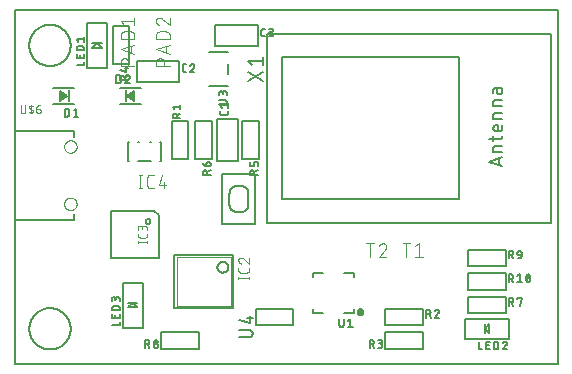
<source format=gto>
G75*
%MOIN*%
%OFA0B0*%
%FSLAX25Y25*%
%IPPOS*%
%LPD*%
%AMOC8*
5,1,8,0,0,1.08239X$1,22.5*
%
%ADD10C,0.00600*%
%ADD11C,0.00800*%
%ADD12R,0.00787X0.03937*%
%ADD13C,0.00300*%
%ADD14C,0.00500*%
%ADD15C,0.00400*%
%ADD16C,0.01600*%
%ADD17C,0.00700*%
%ADD18C,0.00200*%
%ADD19C,0.00000*%
D10*
X0021728Y0020744D02*
X0202831Y0020744D01*
X0202831Y0138854D01*
X0021728Y0138854D01*
X0021728Y0020744D01*
X0054198Y0033729D02*
X0056798Y0033729D01*
X0056798Y0034885D01*
X0056798Y0036225D02*
X0054198Y0036225D01*
X0054198Y0037381D01*
X0055354Y0037092D02*
X0055354Y0036225D01*
X0056798Y0036225D02*
X0056798Y0037381D01*
X0056798Y0038712D02*
X0054198Y0038712D01*
X0054198Y0039434D01*
X0054199Y0039434D02*
X0054201Y0039486D01*
X0054206Y0039537D01*
X0054216Y0039587D01*
X0054228Y0039637D01*
X0054245Y0039686D01*
X0054264Y0039734D01*
X0054287Y0039780D01*
X0054314Y0039824D01*
X0054343Y0039867D01*
X0054375Y0039907D01*
X0054410Y0039945D01*
X0054448Y0039980D01*
X0054488Y0040012D01*
X0054531Y0040041D01*
X0054575Y0040068D01*
X0054621Y0040091D01*
X0054669Y0040110D01*
X0054718Y0040127D01*
X0054768Y0040140D01*
X0054818Y0040149D01*
X0054870Y0040154D01*
X0054921Y0040156D01*
X0056076Y0040156D01*
X0056128Y0040154D01*
X0056179Y0040149D01*
X0056229Y0040140D01*
X0056279Y0040127D01*
X0056328Y0040110D01*
X0056376Y0040091D01*
X0056422Y0040068D01*
X0056466Y0040041D01*
X0056509Y0040012D01*
X0056549Y0039980D01*
X0056587Y0039945D01*
X0056622Y0039907D01*
X0056654Y0039867D01*
X0056683Y0039824D01*
X0056710Y0039780D01*
X0056733Y0039734D01*
X0056752Y0039686D01*
X0056769Y0039637D01*
X0056782Y0039587D01*
X0056791Y0039537D01*
X0056796Y0039486D01*
X0056798Y0039434D01*
X0056798Y0038712D01*
X0056798Y0041688D02*
X0056798Y0042410D01*
X0056796Y0042463D01*
X0056790Y0042515D01*
X0056781Y0042567D01*
X0056767Y0042618D01*
X0056750Y0042668D01*
X0056730Y0042716D01*
X0056706Y0042763D01*
X0056678Y0042808D01*
X0056647Y0042851D01*
X0056614Y0042892D01*
X0056577Y0042930D01*
X0056538Y0042965D01*
X0056496Y0042997D01*
X0056452Y0043026D01*
X0056406Y0043052D01*
X0056358Y0043074D01*
X0056309Y0043093D01*
X0056259Y0043109D01*
X0056207Y0043120D01*
X0056155Y0043128D01*
X0056102Y0043132D01*
X0056050Y0043132D01*
X0055997Y0043128D01*
X0055945Y0043120D01*
X0055893Y0043109D01*
X0055843Y0043093D01*
X0055794Y0043074D01*
X0055746Y0043052D01*
X0055700Y0043026D01*
X0055656Y0042997D01*
X0055614Y0042965D01*
X0055575Y0042930D01*
X0055538Y0042892D01*
X0055505Y0042851D01*
X0055474Y0042808D01*
X0055446Y0042763D01*
X0055422Y0042716D01*
X0055402Y0042668D01*
X0055385Y0042618D01*
X0055371Y0042567D01*
X0055362Y0042515D01*
X0055356Y0042463D01*
X0055354Y0042410D01*
X0055354Y0042554D02*
X0055354Y0041976D01*
X0055354Y0042554D02*
X0055352Y0042601D01*
X0055347Y0042647D01*
X0055337Y0042692D01*
X0055324Y0042737D01*
X0055308Y0042781D01*
X0055288Y0042823D01*
X0055265Y0042863D01*
X0055238Y0042901D01*
X0055209Y0042937D01*
X0055176Y0042971D01*
X0055142Y0043002D01*
X0055104Y0043030D01*
X0055065Y0043055D01*
X0055024Y0043076D01*
X0054981Y0043094D01*
X0054937Y0043109D01*
X0054892Y0043120D01*
X0054846Y0043128D01*
X0054799Y0043132D01*
X0054753Y0043132D01*
X0054706Y0043128D01*
X0054660Y0043120D01*
X0054615Y0043109D01*
X0054571Y0043094D01*
X0054528Y0043076D01*
X0054487Y0043055D01*
X0054448Y0043030D01*
X0054410Y0043002D01*
X0054376Y0042971D01*
X0054343Y0042937D01*
X0054314Y0042901D01*
X0054287Y0042863D01*
X0054264Y0042823D01*
X0054244Y0042781D01*
X0054228Y0042737D01*
X0054215Y0042692D01*
X0054205Y0042647D01*
X0054200Y0042601D01*
X0054198Y0042554D01*
X0054198Y0041688D01*
X0065253Y0028818D02*
X0065975Y0028818D01*
X0065253Y0028818D02*
X0065253Y0026218D01*
X0065253Y0027374D02*
X0065975Y0027374D01*
X0066120Y0027374D02*
X0066697Y0026218D01*
X0065975Y0027374D02*
X0066028Y0027376D01*
X0066080Y0027382D01*
X0066132Y0027391D01*
X0066183Y0027405D01*
X0066233Y0027422D01*
X0066281Y0027442D01*
X0066328Y0027466D01*
X0066373Y0027494D01*
X0066416Y0027525D01*
X0066457Y0027558D01*
X0066495Y0027595D01*
X0066530Y0027634D01*
X0066562Y0027676D01*
X0066591Y0027720D01*
X0066617Y0027766D01*
X0066639Y0027814D01*
X0066658Y0027863D01*
X0066674Y0027913D01*
X0066685Y0027965D01*
X0066693Y0028017D01*
X0066697Y0028070D01*
X0066697Y0028122D01*
X0066693Y0028175D01*
X0066685Y0028227D01*
X0066674Y0028279D01*
X0066658Y0028329D01*
X0066639Y0028378D01*
X0066617Y0028426D01*
X0066591Y0028472D01*
X0066562Y0028516D01*
X0066530Y0028558D01*
X0066495Y0028597D01*
X0066457Y0028634D01*
X0066416Y0028667D01*
X0066373Y0028698D01*
X0066328Y0028726D01*
X0066281Y0028750D01*
X0066233Y0028770D01*
X0066183Y0028787D01*
X0066132Y0028801D01*
X0066080Y0028810D01*
X0066028Y0028816D01*
X0065975Y0028818D01*
X0068246Y0028240D02*
X0068248Y0028193D01*
X0068253Y0028147D01*
X0068263Y0028102D01*
X0068276Y0028057D01*
X0068292Y0028013D01*
X0068312Y0027971D01*
X0068335Y0027931D01*
X0068362Y0027893D01*
X0068391Y0027857D01*
X0068424Y0027823D01*
X0068458Y0027792D01*
X0068496Y0027764D01*
X0068535Y0027739D01*
X0068576Y0027718D01*
X0068619Y0027700D01*
X0068663Y0027685D01*
X0068708Y0027674D01*
X0068754Y0027666D01*
X0068801Y0027662D01*
X0068847Y0027662D01*
X0068894Y0027666D01*
X0068940Y0027674D01*
X0068985Y0027685D01*
X0069029Y0027700D01*
X0069072Y0027718D01*
X0069113Y0027739D01*
X0069152Y0027764D01*
X0069190Y0027792D01*
X0069224Y0027823D01*
X0069257Y0027857D01*
X0069286Y0027893D01*
X0069313Y0027931D01*
X0069336Y0027971D01*
X0069356Y0028013D01*
X0069372Y0028057D01*
X0069385Y0028102D01*
X0069395Y0028147D01*
X0069400Y0028193D01*
X0069402Y0028240D01*
X0069400Y0028287D01*
X0069395Y0028333D01*
X0069385Y0028378D01*
X0069372Y0028423D01*
X0069356Y0028467D01*
X0069336Y0028509D01*
X0069313Y0028549D01*
X0069286Y0028587D01*
X0069257Y0028623D01*
X0069224Y0028657D01*
X0069190Y0028688D01*
X0069152Y0028716D01*
X0069113Y0028741D01*
X0069072Y0028762D01*
X0069029Y0028780D01*
X0068985Y0028795D01*
X0068940Y0028806D01*
X0068894Y0028814D01*
X0068847Y0028818D01*
X0068801Y0028818D01*
X0068754Y0028814D01*
X0068708Y0028806D01*
X0068663Y0028795D01*
X0068619Y0028780D01*
X0068576Y0028762D01*
X0068535Y0028741D01*
X0068496Y0028716D01*
X0068458Y0028688D01*
X0068424Y0028657D01*
X0068391Y0028623D01*
X0068362Y0028587D01*
X0068335Y0028549D01*
X0068312Y0028509D01*
X0068292Y0028467D01*
X0068276Y0028423D01*
X0068263Y0028378D01*
X0068253Y0028333D01*
X0068248Y0028287D01*
X0068246Y0028240D01*
X0068102Y0026940D02*
X0068104Y0026887D01*
X0068110Y0026835D01*
X0068119Y0026783D01*
X0068133Y0026732D01*
X0068150Y0026682D01*
X0068170Y0026634D01*
X0068194Y0026587D01*
X0068222Y0026542D01*
X0068253Y0026499D01*
X0068286Y0026458D01*
X0068323Y0026420D01*
X0068362Y0026385D01*
X0068404Y0026353D01*
X0068448Y0026324D01*
X0068494Y0026298D01*
X0068542Y0026276D01*
X0068591Y0026257D01*
X0068641Y0026241D01*
X0068693Y0026230D01*
X0068745Y0026222D01*
X0068798Y0026218D01*
X0068850Y0026218D01*
X0068903Y0026222D01*
X0068955Y0026230D01*
X0069007Y0026241D01*
X0069057Y0026257D01*
X0069106Y0026276D01*
X0069154Y0026298D01*
X0069200Y0026324D01*
X0069244Y0026353D01*
X0069286Y0026385D01*
X0069325Y0026420D01*
X0069362Y0026458D01*
X0069395Y0026499D01*
X0069426Y0026542D01*
X0069454Y0026587D01*
X0069478Y0026634D01*
X0069498Y0026682D01*
X0069515Y0026732D01*
X0069529Y0026783D01*
X0069538Y0026835D01*
X0069544Y0026887D01*
X0069546Y0026940D01*
X0069544Y0026993D01*
X0069538Y0027045D01*
X0069529Y0027097D01*
X0069515Y0027148D01*
X0069498Y0027198D01*
X0069478Y0027246D01*
X0069454Y0027293D01*
X0069426Y0027338D01*
X0069395Y0027381D01*
X0069362Y0027422D01*
X0069325Y0027460D01*
X0069286Y0027495D01*
X0069244Y0027527D01*
X0069200Y0027556D01*
X0069154Y0027582D01*
X0069106Y0027604D01*
X0069057Y0027623D01*
X0069007Y0027639D01*
X0068955Y0027650D01*
X0068903Y0027658D01*
X0068850Y0027662D01*
X0068798Y0027662D01*
X0068745Y0027658D01*
X0068693Y0027650D01*
X0068641Y0027639D01*
X0068591Y0027623D01*
X0068542Y0027604D01*
X0068494Y0027582D01*
X0068448Y0027556D01*
X0068404Y0027527D01*
X0068362Y0027495D01*
X0068323Y0027460D01*
X0068286Y0027422D01*
X0068253Y0027381D01*
X0068222Y0027338D01*
X0068194Y0027293D01*
X0068170Y0027246D01*
X0068150Y0027198D01*
X0068133Y0027148D01*
X0068119Y0027097D01*
X0068110Y0027045D01*
X0068104Y0026993D01*
X0068102Y0026940D01*
X0074820Y0039316D02*
X0094620Y0039316D01*
X0094620Y0057291D01*
X0074820Y0057291D01*
X0074820Y0039316D01*
X0089320Y0053103D02*
X0089322Y0053187D01*
X0089328Y0053272D01*
X0089338Y0053355D01*
X0089352Y0053439D01*
X0089369Y0053521D01*
X0089391Y0053603D01*
X0089416Y0053683D01*
X0089445Y0053762D01*
X0089478Y0053840D01*
X0089514Y0053916D01*
X0089554Y0053991D01*
X0089598Y0054063D01*
X0089644Y0054134D01*
X0089694Y0054202D01*
X0089747Y0054267D01*
X0089803Y0054330D01*
X0089862Y0054391D01*
X0089924Y0054448D01*
X0089988Y0054503D01*
X0090055Y0054554D01*
X0090124Y0054603D01*
X0090196Y0054648D01*
X0090269Y0054689D01*
X0090344Y0054727D01*
X0090421Y0054762D01*
X0090500Y0054793D01*
X0090580Y0054820D01*
X0090661Y0054843D01*
X0090743Y0054863D01*
X0090826Y0054879D01*
X0090909Y0054891D01*
X0090994Y0054899D01*
X0091078Y0054903D01*
X0091162Y0054903D01*
X0091246Y0054899D01*
X0091331Y0054891D01*
X0091414Y0054879D01*
X0091497Y0054863D01*
X0091579Y0054843D01*
X0091660Y0054820D01*
X0091740Y0054793D01*
X0091819Y0054762D01*
X0091896Y0054727D01*
X0091971Y0054689D01*
X0092044Y0054648D01*
X0092116Y0054603D01*
X0092185Y0054554D01*
X0092252Y0054503D01*
X0092316Y0054448D01*
X0092378Y0054391D01*
X0092437Y0054330D01*
X0092493Y0054267D01*
X0092546Y0054202D01*
X0092596Y0054134D01*
X0092642Y0054063D01*
X0092686Y0053991D01*
X0092726Y0053916D01*
X0092762Y0053840D01*
X0092795Y0053762D01*
X0092824Y0053683D01*
X0092849Y0053603D01*
X0092871Y0053521D01*
X0092888Y0053439D01*
X0092902Y0053355D01*
X0092912Y0053272D01*
X0092918Y0053187D01*
X0092920Y0053103D01*
X0092918Y0053019D01*
X0092912Y0052934D01*
X0092902Y0052851D01*
X0092888Y0052767D01*
X0092871Y0052685D01*
X0092849Y0052603D01*
X0092824Y0052523D01*
X0092795Y0052444D01*
X0092762Y0052366D01*
X0092726Y0052290D01*
X0092686Y0052215D01*
X0092642Y0052143D01*
X0092596Y0052072D01*
X0092546Y0052004D01*
X0092493Y0051939D01*
X0092437Y0051876D01*
X0092378Y0051815D01*
X0092316Y0051758D01*
X0092252Y0051703D01*
X0092185Y0051652D01*
X0092116Y0051603D01*
X0092044Y0051558D01*
X0091971Y0051517D01*
X0091896Y0051479D01*
X0091819Y0051444D01*
X0091740Y0051413D01*
X0091660Y0051386D01*
X0091579Y0051363D01*
X0091497Y0051343D01*
X0091414Y0051327D01*
X0091331Y0051315D01*
X0091246Y0051307D01*
X0091162Y0051303D01*
X0091078Y0051303D01*
X0090994Y0051307D01*
X0090909Y0051315D01*
X0090826Y0051327D01*
X0090743Y0051343D01*
X0090661Y0051363D01*
X0090580Y0051386D01*
X0090500Y0051413D01*
X0090421Y0051444D01*
X0090344Y0051479D01*
X0090269Y0051517D01*
X0090196Y0051558D01*
X0090124Y0051603D01*
X0090055Y0051652D01*
X0089988Y0051703D01*
X0089924Y0051758D01*
X0089862Y0051815D01*
X0089803Y0051876D01*
X0089747Y0051939D01*
X0089694Y0052004D01*
X0089644Y0052072D01*
X0089598Y0052143D01*
X0089554Y0052215D01*
X0089514Y0052290D01*
X0089478Y0052366D01*
X0089445Y0052444D01*
X0089416Y0052523D01*
X0089391Y0052603D01*
X0089369Y0052685D01*
X0089352Y0052767D01*
X0089338Y0052851D01*
X0089328Y0052934D01*
X0089322Y0053019D01*
X0089320Y0053103D01*
X0102264Y0039299D02*
X0102264Y0033689D01*
X0114421Y0033689D01*
X0114421Y0039299D01*
X0102264Y0039299D01*
X0130000Y0035798D02*
X0130000Y0033921D01*
X0130002Y0033868D01*
X0130008Y0033816D01*
X0130017Y0033764D01*
X0130031Y0033713D01*
X0130048Y0033663D01*
X0130068Y0033615D01*
X0130092Y0033568D01*
X0130120Y0033523D01*
X0130151Y0033480D01*
X0130184Y0033439D01*
X0130221Y0033401D01*
X0130260Y0033366D01*
X0130302Y0033334D01*
X0130346Y0033305D01*
X0130392Y0033279D01*
X0130440Y0033257D01*
X0130489Y0033238D01*
X0130539Y0033222D01*
X0130591Y0033211D01*
X0130643Y0033203D01*
X0130696Y0033199D01*
X0130748Y0033199D01*
X0130801Y0033203D01*
X0130853Y0033211D01*
X0130905Y0033222D01*
X0130955Y0033238D01*
X0131004Y0033257D01*
X0131052Y0033279D01*
X0131098Y0033305D01*
X0131142Y0033334D01*
X0131184Y0033366D01*
X0131223Y0033401D01*
X0131260Y0033439D01*
X0131293Y0033480D01*
X0131324Y0033523D01*
X0131352Y0033568D01*
X0131376Y0033615D01*
X0131396Y0033663D01*
X0131413Y0033713D01*
X0131427Y0033764D01*
X0131436Y0033816D01*
X0131442Y0033868D01*
X0131444Y0033921D01*
X0131444Y0035798D01*
X0132976Y0035221D02*
X0133698Y0035798D01*
X0133698Y0033198D01*
X0132976Y0033198D02*
X0134420Y0033198D01*
X0140056Y0028818D02*
X0140778Y0028818D01*
X0140056Y0028818D02*
X0140056Y0026218D01*
X0140056Y0027374D02*
X0140778Y0027374D01*
X0140923Y0027374D02*
X0141501Y0026218D01*
X0142905Y0026218D02*
X0143627Y0026218D01*
X0143680Y0026220D01*
X0143732Y0026226D01*
X0143784Y0026235D01*
X0143835Y0026249D01*
X0143885Y0026266D01*
X0143933Y0026286D01*
X0143980Y0026310D01*
X0144025Y0026338D01*
X0144068Y0026369D01*
X0144109Y0026402D01*
X0144147Y0026439D01*
X0144182Y0026478D01*
X0144214Y0026520D01*
X0144243Y0026564D01*
X0144269Y0026610D01*
X0144291Y0026658D01*
X0144310Y0026707D01*
X0144326Y0026757D01*
X0144337Y0026809D01*
X0144345Y0026861D01*
X0144349Y0026914D01*
X0144349Y0026966D01*
X0144345Y0027019D01*
X0144337Y0027071D01*
X0144326Y0027123D01*
X0144310Y0027173D01*
X0144291Y0027222D01*
X0144269Y0027270D01*
X0144243Y0027316D01*
X0144214Y0027360D01*
X0144182Y0027402D01*
X0144147Y0027441D01*
X0144109Y0027478D01*
X0144068Y0027511D01*
X0144025Y0027542D01*
X0143980Y0027570D01*
X0143933Y0027594D01*
X0143885Y0027614D01*
X0143835Y0027631D01*
X0143784Y0027645D01*
X0143732Y0027654D01*
X0143680Y0027660D01*
X0143627Y0027662D01*
X0143772Y0027663D02*
X0143194Y0027663D01*
X0143772Y0027662D02*
X0143819Y0027664D01*
X0143865Y0027669D01*
X0143910Y0027679D01*
X0143955Y0027692D01*
X0143999Y0027708D01*
X0144041Y0027728D01*
X0144081Y0027751D01*
X0144119Y0027778D01*
X0144155Y0027807D01*
X0144189Y0027840D01*
X0144220Y0027874D01*
X0144248Y0027912D01*
X0144273Y0027951D01*
X0144294Y0027992D01*
X0144312Y0028035D01*
X0144327Y0028079D01*
X0144338Y0028124D01*
X0144346Y0028170D01*
X0144350Y0028217D01*
X0144350Y0028263D01*
X0144346Y0028310D01*
X0144338Y0028356D01*
X0144327Y0028401D01*
X0144312Y0028445D01*
X0144294Y0028488D01*
X0144273Y0028529D01*
X0144248Y0028568D01*
X0144220Y0028606D01*
X0144189Y0028640D01*
X0144155Y0028673D01*
X0144119Y0028702D01*
X0144081Y0028729D01*
X0144041Y0028752D01*
X0143999Y0028772D01*
X0143955Y0028788D01*
X0143910Y0028801D01*
X0143865Y0028811D01*
X0143819Y0028816D01*
X0143772Y0028818D01*
X0142905Y0028818D01*
X0140778Y0028818D02*
X0140831Y0028816D01*
X0140883Y0028810D01*
X0140935Y0028801D01*
X0140986Y0028787D01*
X0141036Y0028770D01*
X0141084Y0028750D01*
X0141131Y0028726D01*
X0141176Y0028698D01*
X0141219Y0028667D01*
X0141260Y0028634D01*
X0141298Y0028597D01*
X0141333Y0028558D01*
X0141365Y0028516D01*
X0141394Y0028472D01*
X0141420Y0028426D01*
X0141442Y0028378D01*
X0141461Y0028329D01*
X0141477Y0028279D01*
X0141488Y0028227D01*
X0141496Y0028175D01*
X0141500Y0028122D01*
X0141500Y0028070D01*
X0141496Y0028017D01*
X0141488Y0027965D01*
X0141477Y0027913D01*
X0141461Y0027863D01*
X0141442Y0027814D01*
X0141420Y0027766D01*
X0141394Y0027720D01*
X0141365Y0027676D01*
X0141333Y0027634D01*
X0141298Y0027595D01*
X0141260Y0027558D01*
X0141219Y0027525D01*
X0141176Y0027494D01*
X0141131Y0027466D01*
X0141084Y0027442D01*
X0141036Y0027422D01*
X0140986Y0027405D01*
X0140935Y0027391D01*
X0140883Y0027382D01*
X0140831Y0027376D01*
X0140778Y0027374D01*
X0158950Y0036292D02*
X0158950Y0038892D01*
X0159672Y0038892D01*
X0159725Y0038890D01*
X0159777Y0038884D01*
X0159829Y0038875D01*
X0159880Y0038861D01*
X0159930Y0038844D01*
X0159978Y0038824D01*
X0160025Y0038800D01*
X0160070Y0038772D01*
X0160113Y0038741D01*
X0160154Y0038708D01*
X0160192Y0038671D01*
X0160227Y0038632D01*
X0160259Y0038590D01*
X0160288Y0038546D01*
X0160314Y0038500D01*
X0160336Y0038452D01*
X0160355Y0038403D01*
X0160371Y0038353D01*
X0160382Y0038301D01*
X0160390Y0038249D01*
X0160394Y0038196D01*
X0160394Y0038144D01*
X0160390Y0038091D01*
X0160382Y0038039D01*
X0160371Y0037987D01*
X0160355Y0037937D01*
X0160336Y0037888D01*
X0160314Y0037840D01*
X0160288Y0037794D01*
X0160259Y0037750D01*
X0160227Y0037708D01*
X0160192Y0037669D01*
X0160154Y0037632D01*
X0160113Y0037599D01*
X0160070Y0037568D01*
X0160025Y0037540D01*
X0159978Y0037516D01*
X0159930Y0037496D01*
X0159880Y0037479D01*
X0159829Y0037465D01*
X0159777Y0037456D01*
X0159725Y0037450D01*
X0159672Y0037448D01*
X0158950Y0037448D01*
X0159816Y0037448D02*
X0160394Y0036292D01*
X0161799Y0036292D02*
X0163026Y0037737D01*
X0162593Y0038892D02*
X0162538Y0038890D01*
X0162483Y0038885D01*
X0162428Y0038876D01*
X0162375Y0038863D01*
X0162322Y0038847D01*
X0162270Y0038827D01*
X0162220Y0038804D01*
X0162171Y0038778D01*
X0162124Y0038748D01*
X0162080Y0038716D01*
X0162037Y0038680D01*
X0161997Y0038642D01*
X0161960Y0038601D01*
X0161925Y0038558D01*
X0161894Y0038513D01*
X0161865Y0038466D01*
X0161840Y0038417D01*
X0161817Y0038366D01*
X0161799Y0038314D01*
X0163026Y0037737D02*
X0163062Y0037773D01*
X0163095Y0037813D01*
X0163125Y0037854D01*
X0163152Y0037898D01*
X0163176Y0037944D01*
X0163196Y0037991D01*
X0163213Y0038039D01*
X0163226Y0038089D01*
X0163235Y0038140D01*
X0163241Y0038191D01*
X0163243Y0038242D01*
X0163241Y0038291D01*
X0163236Y0038339D01*
X0163227Y0038387D01*
X0163214Y0038434D01*
X0163198Y0038479D01*
X0163179Y0038524D01*
X0163156Y0038567D01*
X0163130Y0038608D01*
X0163101Y0038647D01*
X0163069Y0038684D01*
X0163035Y0038718D01*
X0162998Y0038750D01*
X0162959Y0038779D01*
X0162918Y0038805D01*
X0162875Y0038828D01*
X0162830Y0038847D01*
X0162785Y0038863D01*
X0162738Y0038876D01*
X0162690Y0038885D01*
X0162642Y0038890D01*
X0162593Y0038892D01*
X0163243Y0036292D02*
X0161799Y0036292D01*
X0176506Y0028255D02*
X0176506Y0025655D01*
X0177661Y0025655D01*
X0179002Y0025655D02*
X0179002Y0028255D01*
X0180157Y0028255D01*
X0179868Y0027100D02*
X0179002Y0027100D01*
X0179002Y0025655D02*
X0180157Y0025655D01*
X0181488Y0025655D02*
X0181488Y0028255D01*
X0182210Y0028255D01*
X0182262Y0028253D01*
X0182313Y0028248D01*
X0182363Y0028239D01*
X0182413Y0028226D01*
X0182462Y0028209D01*
X0182510Y0028190D01*
X0182556Y0028167D01*
X0182600Y0028140D01*
X0182643Y0028111D01*
X0182683Y0028079D01*
X0182721Y0028044D01*
X0182756Y0028006D01*
X0182788Y0027966D01*
X0182817Y0027923D01*
X0182844Y0027879D01*
X0182867Y0027833D01*
X0182886Y0027785D01*
X0182903Y0027736D01*
X0182916Y0027686D01*
X0182925Y0027636D01*
X0182930Y0027585D01*
X0182932Y0027533D01*
X0182933Y0027533D02*
X0182933Y0026377D01*
X0182932Y0026377D02*
X0182930Y0026325D01*
X0182925Y0026274D01*
X0182916Y0026224D01*
X0182903Y0026174D01*
X0182886Y0026125D01*
X0182867Y0026077D01*
X0182844Y0026031D01*
X0182817Y0025987D01*
X0182788Y0025944D01*
X0182756Y0025904D01*
X0182721Y0025866D01*
X0182683Y0025831D01*
X0182643Y0025799D01*
X0182600Y0025770D01*
X0182556Y0025743D01*
X0182510Y0025720D01*
X0182462Y0025701D01*
X0182413Y0025684D01*
X0182363Y0025671D01*
X0182313Y0025662D01*
X0182262Y0025657D01*
X0182210Y0025655D01*
X0181488Y0025655D01*
X0184464Y0025655D02*
X0185909Y0025655D01*
X0184464Y0025655D02*
X0185692Y0027100D01*
X0185259Y0028255D02*
X0185204Y0028253D01*
X0185149Y0028248D01*
X0185094Y0028239D01*
X0185041Y0028226D01*
X0184988Y0028210D01*
X0184936Y0028190D01*
X0184886Y0028167D01*
X0184837Y0028141D01*
X0184790Y0028111D01*
X0184746Y0028079D01*
X0184703Y0028043D01*
X0184663Y0028005D01*
X0184626Y0027964D01*
X0184591Y0027921D01*
X0184560Y0027876D01*
X0184531Y0027829D01*
X0184506Y0027780D01*
X0184483Y0027729D01*
X0184465Y0027677D01*
X0185692Y0027100D02*
X0185728Y0027136D01*
X0185761Y0027176D01*
X0185791Y0027217D01*
X0185818Y0027261D01*
X0185842Y0027307D01*
X0185862Y0027354D01*
X0185879Y0027402D01*
X0185892Y0027452D01*
X0185901Y0027503D01*
X0185907Y0027554D01*
X0185909Y0027605D01*
X0185907Y0027654D01*
X0185902Y0027702D01*
X0185893Y0027750D01*
X0185880Y0027797D01*
X0185864Y0027842D01*
X0185845Y0027887D01*
X0185822Y0027930D01*
X0185796Y0027971D01*
X0185767Y0028010D01*
X0185735Y0028047D01*
X0185701Y0028081D01*
X0185664Y0028113D01*
X0185625Y0028142D01*
X0185584Y0028168D01*
X0185541Y0028191D01*
X0185496Y0028210D01*
X0185451Y0028226D01*
X0185404Y0028239D01*
X0185356Y0028248D01*
X0185308Y0028253D01*
X0185259Y0028255D01*
X0186509Y0040229D02*
X0186509Y0042829D01*
X0187231Y0042829D01*
X0187284Y0042827D01*
X0187336Y0042821D01*
X0187388Y0042812D01*
X0187439Y0042798D01*
X0187489Y0042781D01*
X0187537Y0042761D01*
X0187584Y0042737D01*
X0187629Y0042709D01*
X0187672Y0042678D01*
X0187713Y0042645D01*
X0187751Y0042608D01*
X0187786Y0042569D01*
X0187818Y0042527D01*
X0187847Y0042483D01*
X0187873Y0042437D01*
X0187895Y0042389D01*
X0187914Y0042340D01*
X0187930Y0042290D01*
X0187941Y0042238D01*
X0187949Y0042186D01*
X0187953Y0042133D01*
X0187953Y0042081D01*
X0187949Y0042028D01*
X0187941Y0041976D01*
X0187930Y0041924D01*
X0187914Y0041874D01*
X0187895Y0041825D01*
X0187873Y0041777D01*
X0187847Y0041731D01*
X0187818Y0041687D01*
X0187786Y0041645D01*
X0187751Y0041606D01*
X0187713Y0041569D01*
X0187672Y0041536D01*
X0187629Y0041505D01*
X0187584Y0041477D01*
X0187537Y0041453D01*
X0187489Y0041433D01*
X0187439Y0041416D01*
X0187388Y0041402D01*
X0187336Y0041393D01*
X0187284Y0041387D01*
X0187231Y0041385D01*
X0186509Y0041385D01*
X0187375Y0041385D02*
X0187953Y0040229D01*
X0190080Y0040229D02*
X0190802Y0042829D01*
X0189358Y0042829D01*
X0189358Y0042540D01*
X0189358Y0048103D02*
X0190802Y0048103D01*
X0190080Y0048103D02*
X0190080Y0050703D01*
X0189358Y0050125D01*
X0187231Y0050703D02*
X0187284Y0050701D01*
X0187336Y0050695D01*
X0187388Y0050686D01*
X0187439Y0050672D01*
X0187489Y0050655D01*
X0187537Y0050635D01*
X0187584Y0050611D01*
X0187629Y0050583D01*
X0187672Y0050552D01*
X0187713Y0050519D01*
X0187751Y0050482D01*
X0187786Y0050443D01*
X0187818Y0050401D01*
X0187847Y0050357D01*
X0187873Y0050311D01*
X0187895Y0050263D01*
X0187914Y0050214D01*
X0187930Y0050164D01*
X0187941Y0050112D01*
X0187949Y0050060D01*
X0187953Y0050007D01*
X0187953Y0049955D01*
X0187949Y0049902D01*
X0187941Y0049850D01*
X0187930Y0049798D01*
X0187914Y0049748D01*
X0187895Y0049699D01*
X0187873Y0049651D01*
X0187847Y0049605D01*
X0187818Y0049561D01*
X0187786Y0049519D01*
X0187751Y0049480D01*
X0187713Y0049443D01*
X0187672Y0049410D01*
X0187629Y0049379D01*
X0187584Y0049351D01*
X0187537Y0049327D01*
X0187489Y0049307D01*
X0187439Y0049290D01*
X0187388Y0049276D01*
X0187336Y0049267D01*
X0187284Y0049261D01*
X0187231Y0049259D01*
X0186509Y0049259D01*
X0187375Y0049259D02*
X0187953Y0048103D01*
X0186509Y0048103D02*
X0186509Y0050703D01*
X0187231Y0050703D01*
X0193682Y0049403D02*
X0193680Y0049315D01*
X0193675Y0049226D01*
X0193666Y0049139D01*
X0193653Y0049051D01*
X0193637Y0048964D01*
X0193617Y0048878D01*
X0193593Y0048793D01*
X0193566Y0048709D01*
X0193536Y0048626D01*
X0193502Y0048544D01*
X0193465Y0048464D01*
X0193465Y0048465D02*
X0193449Y0048424D01*
X0193430Y0048384D01*
X0193407Y0048346D01*
X0193382Y0048310D01*
X0193353Y0048276D01*
X0193322Y0048245D01*
X0193288Y0048217D01*
X0193252Y0048191D01*
X0193214Y0048168D01*
X0193175Y0048149D01*
X0193133Y0048133D01*
X0193091Y0048120D01*
X0193048Y0048111D01*
X0193004Y0048106D01*
X0192960Y0048104D01*
X0192916Y0048106D01*
X0192872Y0048111D01*
X0192829Y0048120D01*
X0192787Y0048133D01*
X0192745Y0048149D01*
X0192706Y0048168D01*
X0192668Y0048191D01*
X0192632Y0048217D01*
X0192598Y0048245D01*
X0192567Y0048276D01*
X0192539Y0048310D01*
X0192513Y0048346D01*
X0192490Y0048384D01*
X0192471Y0048424D01*
X0192455Y0048465D01*
X0192382Y0048681D02*
X0193538Y0050125D01*
X0193465Y0050342D02*
X0193449Y0050383D01*
X0193430Y0050423D01*
X0193407Y0050461D01*
X0193382Y0050497D01*
X0193353Y0050531D01*
X0193322Y0050562D01*
X0193288Y0050590D01*
X0193252Y0050616D01*
X0193214Y0050639D01*
X0193175Y0050658D01*
X0193133Y0050674D01*
X0193091Y0050687D01*
X0193048Y0050696D01*
X0193004Y0050701D01*
X0192960Y0050703D01*
X0192916Y0050701D01*
X0192872Y0050696D01*
X0192829Y0050687D01*
X0192787Y0050674D01*
X0192745Y0050658D01*
X0192706Y0050639D01*
X0192668Y0050616D01*
X0192632Y0050590D01*
X0192598Y0050562D01*
X0192567Y0050531D01*
X0192539Y0050497D01*
X0192513Y0050461D01*
X0192490Y0050423D01*
X0192471Y0050383D01*
X0192455Y0050342D01*
X0193466Y0050342D02*
X0193503Y0050262D01*
X0193537Y0050180D01*
X0193567Y0050097D01*
X0193594Y0050013D01*
X0193618Y0049928D01*
X0193638Y0049842D01*
X0193654Y0049755D01*
X0193667Y0049667D01*
X0193676Y0049580D01*
X0193681Y0049491D01*
X0193683Y0049403D01*
X0192237Y0049403D02*
X0192239Y0049491D01*
X0192244Y0049580D01*
X0192253Y0049667D01*
X0192266Y0049755D01*
X0192282Y0049842D01*
X0192302Y0049928D01*
X0192326Y0050013D01*
X0192353Y0050097D01*
X0192383Y0050180D01*
X0192417Y0050262D01*
X0192454Y0050342D01*
X0192237Y0049403D02*
X0192239Y0049315D01*
X0192244Y0049226D01*
X0192253Y0049139D01*
X0192266Y0049051D01*
X0192282Y0048964D01*
X0192302Y0048878D01*
X0192326Y0048793D01*
X0192353Y0048709D01*
X0192383Y0048626D01*
X0192417Y0048544D01*
X0192454Y0048464D01*
X0187953Y0055977D02*
X0187375Y0057133D01*
X0187231Y0057133D02*
X0186509Y0057133D01*
X0187231Y0057133D02*
X0187284Y0057135D01*
X0187336Y0057141D01*
X0187388Y0057150D01*
X0187439Y0057164D01*
X0187489Y0057181D01*
X0187537Y0057201D01*
X0187584Y0057225D01*
X0187629Y0057253D01*
X0187672Y0057284D01*
X0187713Y0057317D01*
X0187751Y0057354D01*
X0187786Y0057393D01*
X0187818Y0057435D01*
X0187847Y0057479D01*
X0187873Y0057525D01*
X0187895Y0057573D01*
X0187914Y0057622D01*
X0187930Y0057672D01*
X0187941Y0057724D01*
X0187949Y0057776D01*
X0187953Y0057829D01*
X0187953Y0057881D01*
X0187949Y0057934D01*
X0187941Y0057986D01*
X0187930Y0058038D01*
X0187914Y0058088D01*
X0187895Y0058137D01*
X0187873Y0058185D01*
X0187847Y0058231D01*
X0187818Y0058275D01*
X0187786Y0058317D01*
X0187751Y0058356D01*
X0187713Y0058393D01*
X0187672Y0058426D01*
X0187629Y0058457D01*
X0187584Y0058485D01*
X0187537Y0058509D01*
X0187489Y0058529D01*
X0187439Y0058546D01*
X0187388Y0058560D01*
X0187336Y0058569D01*
X0187284Y0058575D01*
X0187231Y0058577D01*
X0186509Y0058577D01*
X0186509Y0055977D01*
X0189647Y0055977D02*
X0189714Y0055979D01*
X0189781Y0055985D01*
X0189848Y0055995D01*
X0189914Y0056008D01*
X0189979Y0056026D01*
X0190042Y0056047D01*
X0190105Y0056072D01*
X0190166Y0056100D01*
X0190225Y0056132D01*
X0190282Y0056167D01*
X0190337Y0056206D01*
X0190390Y0056247D01*
X0190440Y0056292D01*
X0190488Y0056340D01*
X0190533Y0056390D01*
X0190574Y0056443D01*
X0190613Y0056498D01*
X0190648Y0056555D01*
X0190680Y0056614D01*
X0190708Y0056675D01*
X0190733Y0056738D01*
X0190754Y0056801D01*
X0190772Y0056866D01*
X0190785Y0056932D01*
X0190795Y0056999D01*
X0190801Y0057066D01*
X0190803Y0057133D01*
X0190802Y0057133D02*
X0190802Y0057855D01*
X0190800Y0057908D01*
X0190794Y0057960D01*
X0190785Y0058012D01*
X0190771Y0058063D01*
X0190754Y0058113D01*
X0190734Y0058161D01*
X0190710Y0058208D01*
X0190682Y0058253D01*
X0190651Y0058296D01*
X0190618Y0058337D01*
X0190581Y0058375D01*
X0190542Y0058410D01*
X0190500Y0058442D01*
X0190456Y0058471D01*
X0190410Y0058497D01*
X0190362Y0058519D01*
X0190313Y0058538D01*
X0190263Y0058554D01*
X0190211Y0058565D01*
X0190159Y0058573D01*
X0190106Y0058577D01*
X0190054Y0058577D01*
X0190001Y0058573D01*
X0189949Y0058565D01*
X0189897Y0058554D01*
X0189847Y0058538D01*
X0189798Y0058519D01*
X0189750Y0058497D01*
X0189704Y0058471D01*
X0189660Y0058442D01*
X0189618Y0058410D01*
X0189579Y0058375D01*
X0189542Y0058337D01*
X0189509Y0058296D01*
X0189478Y0058253D01*
X0189450Y0058208D01*
X0189426Y0058161D01*
X0189406Y0058113D01*
X0189389Y0058063D01*
X0189375Y0058012D01*
X0189366Y0057960D01*
X0189360Y0057908D01*
X0189358Y0057855D01*
X0189358Y0057710D01*
X0189357Y0057710D02*
X0189359Y0057665D01*
X0189364Y0057620D01*
X0189373Y0057575D01*
X0189385Y0057531D01*
X0189401Y0057489D01*
X0189420Y0057448D01*
X0189442Y0057408D01*
X0189467Y0057370D01*
X0189495Y0057335D01*
X0189526Y0057301D01*
X0189560Y0057270D01*
X0189595Y0057242D01*
X0189633Y0057217D01*
X0189673Y0057195D01*
X0189714Y0057176D01*
X0189756Y0057160D01*
X0189800Y0057148D01*
X0189845Y0057139D01*
X0189890Y0057134D01*
X0189935Y0057132D01*
X0189935Y0057133D02*
X0190802Y0057133D01*
X0184204Y0086777D02*
X0179804Y0088244D01*
X0184204Y0089710D01*
X0183104Y0089344D02*
X0183104Y0087144D01*
X0184204Y0091616D02*
X0181271Y0091616D01*
X0181271Y0092838D01*
X0181273Y0092890D01*
X0181278Y0092942D01*
X0181288Y0092994D01*
X0181301Y0093045D01*
X0181317Y0093094D01*
X0181337Y0093143D01*
X0181361Y0093189D01*
X0181387Y0093234D01*
X0181417Y0093277D01*
X0181450Y0093318D01*
X0181486Y0093356D01*
X0181524Y0093392D01*
X0181565Y0093425D01*
X0181608Y0093455D01*
X0181653Y0093481D01*
X0181700Y0093505D01*
X0181748Y0093525D01*
X0181797Y0093541D01*
X0181848Y0093554D01*
X0181900Y0093564D01*
X0181952Y0093569D01*
X0182004Y0093571D01*
X0182004Y0093572D02*
X0184204Y0093572D01*
X0183471Y0095754D02*
X0179804Y0095754D01*
X0181271Y0095265D02*
X0181271Y0096732D01*
X0182248Y0098516D02*
X0183471Y0098516D01*
X0183523Y0098518D01*
X0183575Y0098523D01*
X0183627Y0098533D01*
X0183678Y0098546D01*
X0183727Y0098562D01*
X0183776Y0098582D01*
X0183822Y0098606D01*
X0183867Y0098632D01*
X0183910Y0098662D01*
X0183951Y0098695D01*
X0183989Y0098731D01*
X0184025Y0098769D01*
X0184058Y0098810D01*
X0184088Y0098853D01*
X0184114Y0098898D01*
X0184138Y0098945D01*
X0184158Y0098993D01*
X0184174Y0099042D01*
X0184187Y0099093D01*
X0184197Y0099145D01*
X0184202Y0099197D01*
X0184204Y0099249D01*
X0184204Y0100472D01*
X0182737Y0100472D02*
X0182737Y0098516D01*
X0182248Y0098516D02*
X0182187Y0098518D01*
X0182125Y0098524D01*
X0182065Y0098533D01*
X0182005Y0098547D01*
X0181946Y0098564D01*
X0181888Y0098585D01*
X0181832Y0098609D01*
X0181777Y0098637D01*
X0181724Y0098668D01*
X0181673Y0098703D01*
X0181625Y0098740D01*
X0181579Y0098781D01*
X0181535Y0098825D01*
X0181494Y0098871D01*
X0181457Y0098919D01*
X0181422Y0098970D01*
X0181391Y0099023D01*
X0181363Y0099078D01*
X0181339Y0099134D01*
X0181318Y0099192D01*
X0181301Y0099251D01*
X0181287Y0099311D01*
X0181278Y0099371D01*
X0181272Y0099433D01*
X0181270Y0099494D01*
X0181272Y0099555D01*
X0181278Y0099617D01*
X0181287Y0099677D01*
X0181301Y0099737D01*
X0181318Y0099796D01*
X0181339Y0099854D01*
X0181363Y0099910D01*
X0181391Y0099965D01*
X0181422Y0100018D01*
X0181457Y0100069D01*
X0181494Y0100117D01*
X0181535Y0100163D01*
X0181579Y0100207D01*
X0181625Y0100248D01*
X0181673Y0100285D01*
X0181724Y0100320D01*
X0181777Y0100351D01*
X0181832Y0100379D01*
X0181888Y0100403D01*
X0181946Y0100424D01*
X0182005Y0100441D01*
X0182065Y0100455D01*
X0182125Y0100464D01*
X0182187Y0100470D01*
X0182248Y0100472D01*
X0182737Y0100472D01*
X0181271Y0102566D02*
X0181271Y0103788D01*
X0181273Y0103840D01*
X0181278Y0103892D01*
X0181288Y0103944D01*
X0181301Y0103995D01*
X0181317Y0104044D01*
X0181337Y0104093D01*
X0181361Y0104139D01*
X0181387Y0104184D01*
X0181417Y0104227D01*
X0181450Y0104268D01*
X0181486Y0104306D01*
X0181524Y0104342D01*
X0181565Y0104375D01*
X0181608Y0104405D01*
X0181653Y0104431D01*
X0181700Y0104455D01*
X0181748Y0104475D01*
X0181797Y0104491D01*
X0181848Y0104504D01*
X0181900Y0104514D01*
X0181952Y0104519D01*
X0182004Y0104521D01*
X0182004Y0104522D02*
X0184204Y0104522D01*
X0184204Y0102566D02*
X0181271Y0102566D01*
X0181271Y0106766D02*
X0181271Y0107988D01*
X0181273Y0108040D01*
X0181278Y0108092D01*
X0181288Y0108144D01*
X0181301Y0108195D01*
X0181317Y0108244D01*
X0181337Y0108293D01*
X0181361Y0108339D01*
X0181387Y0108384D01*
X0181417Y0108427D01*
X0181450Y0108468D01*
X0181486Y0108506D01*
X0181524Y0108542D01*
X0181565Y0108575D01*
X0181608Y0108605D01*
X0181653Y0108631D01*
X0181700Y0108655D01*
X0181748Y0108675D01*
X0181797Y0108691D01*
X0181848Y0108704D01*
X0181900Y0108714D01*
X0181952Y0108719D01*
X0182004Y0108721D01*
X0182004Y0108722D02*
X0184204Y0108722D01*
X0184204Y0106766D02*
X0181271Y0106766D01*
X0181271Y0111031D02*
X0181271Y0112009D01*
X0181273Y0112061D01*
X0181278Y0112113D01*
X0181288Y0112165D01*
X0181301Y0112216D01*
X0181317Y0112265D01*
X0181337Y0112314D01*
X0181361Y0112360D01*
X0181387Y0112405D01*
X0181417Y0112448D01*
X0181450Y0112489D01*
X0181486Y0112527D01*
X0181524Y0112563D01*
X0181565Y0112596D01*
X0181608Y0112626D01*
X0181653Y0112652D01*
X0181700Y0112676D01*
X0181748Y0112696D01*
X0181797Y0112712D01*
X0181848Y0112725D01*
X0181900Y0112735D01*
X0181952Y0112740D01*
X0182004Y0112742D01*
X0182004Y0112743D02*
X0184204Y0112743D01*
X0184204Y0111643D01*
X0184202Y0111586D01*
X0184196Y0111529D01*
X0184187Y0111472D01*
X0184174Y0111417D01*
X0184157Y0111362D01*
X0184136Y0111309D01*
X0184112Y0111257D01*
X0184085Y0111207D01*
X0184054Y0111159D01*
X0184020Y0111112D01*
X0183983Y0111069D01*
X0183943Y0111028D01*
X0183901Y0110989D01*
X0183856Y0110954D01*
X0183809Y0110921D01*
X0183759Y0110892D01*
X0183708Y0110867D01*
X0183656Y0110844D01*
X0183602Y0110825D01*
X0183546Y0110810D01*
X0183490Y0110799D01*
X0183434Y0110791D01*
X0183377Y0110787D01*
X0183319Y0110787D01*
X0183262Y0110791D01*
X0183206Y0110799D01*
X0183150Y0110810D01*
X0183094Y0110825D01*
X0183040Y0110844D01*
X0182988Y0110867D01*
X0182937Y0110892D01*
X0182887Y0110921D01*
X0182840Y0110954D01*
X0182795Y0110989D01*
X0182753Y0111028D01*
X0182713Y0111069D01*
X0182676Y0111112D01*
X0182642Y0111159D01*
X0182611Y0111207D01*
X0182584Y0111257D01*
X0182560Y0111309D01*
X0182539Y0111362D01*
X0182522Y0111417D01*
X0182509Y0111472D01*
X0182500Y0111529D01*
X0182494Y0111586D01*
X0182492Y0111643D01*
X0182493Y0111643D02*
X0182493Y0112743D01*
X0184204Y0096732D02*
X0184204Y0096487D01*
X0184202Y0096435D01*
X0184197Y0096383D01*
X0184187Y0096331D01*
X0184174Y0096280D01*
X0184158Y0096231D01*
X0184138Y0096183D01*
X0184114Y0096136D01*
X0184088Y0096091D01*
X0184058Y0096048D01*
X0184025Y0096007D01*
X0183989Y0095969D01*
X0183951Y0095933D01*
X0183910Y0095900D01*
X0183867Y0095870D01*
X0183822Y0095844D01*
X0183776Y0095820D01*
X0183727Y0095800D01*
X0183678Y0095784D01*
X0183627Y0095771D01*
X0183575Y0095761D01*
X0183523Y0095756D01*
X0183471Y0095754D01*
X0107141Y0129993D02*
X0106419Y0129993D01*
X0107141Y0129993D02*
X0107194Y0129995D01*
X0107246Y0130001D01*
X0107298Y0130010D01*
X0107349Y0130024D01*
X0107399Y0130041D01*
X0107447Y0130061D01*
X0107494Y0130085D01*
X0107539Y0130113D01*
X0107582Y0130144D01*
X0107623Y0130177D01*
X0107661Y0130214D01*
X0107696Y0130253D01*
X0107728Y0130295D01*
X0107757Y0130339D01*
X0107783Y0130385D01*
X0107805Y0130433D01*
X0107824Y0130482D01*
X0107840Y0130532D01*
X0107851Y0130584D01*
X0107859Y0130636D01*
X0107863Y0130689D01*
X0107863Y0130741D01*
X0107859Y0130794D01*
X0107851Y0130846D01*
X0107840Y0130898D01*
X0107824Y0130948D01*
X0107805Y0130997D01*
X0107783Y0131045D01*
X0107757Y0131091D01*
X0107728Y0131135D01*
X0107696Y0131177D01*
X0107661Y0131216D01*
X0107623Y0131253D01*
X0107582Y0131286D01*
X0107539Y0131317D01*
X0107494Y0131345D01*
X0107447Y0131369D01*
X0107399Y0131389D01*
X0107349Y0131406D01*
X0107298Y0131420D01*
X0107246Y0131429D01*
X0107194Y0131435D01*
X0107141Y0131437D01*
X0107285Y0131437D02*
X0106708Y0131437D01*
X0107285Y0131437D02*
X0107332Y0131439D01*
X0107378Y0131444D01*
X0107423Y0131454D01*
X0107468Y0131467D01*
X0107512Y0131483D01*
X0107554Y0131503D01*
X0107594Y0131526D01*
X0107632Y0131553D01*
X0107668Y0131582D01*
X0107702Y0131615D01*
X0107733Y0131649D01*
X0107761Y0131687D01*
X0107786Y0131726D01*
X0107807Y0131767D01*
X0107825Y0131810D01*
X0107840Y0131854D01*
X0107851Y0131899D01*
X0107859Y0131945D01*
X0107863Y0131992D01*
X0107863Y0132038D01*
X0107859Y0132085D01*
X0107851Y0132131D01*
X0107840Y0132176D01*
X0107825Y0132220D01*
X0107807Y0132263D01*
X0107786Y0132304D01*
X0107761Y0132343D01*
X0107733Y0132381D01*
X0107702Y0132415D01*
X0107668Y0132448D01*
X0107632Y0132477D01*
X0107594Y0132504D01*
X0107554Y0132527D01*
X0107512Y0132547D01*
X0107468Y0132563D01*
X0107423Y0132576D01*
X0107378Y0132586D01*
X0107332Y0132591D01*
X0107285Y0132593D01*
X0106419Y0132593D01*
X0105160Y0132593D02*
X0104582Y0132593D01*
X0104583Y0132593D02*
X0104535Y0132591D01*
X0104488Y0132585D01*
X0104441Y0132575D01*
X0104395Y0132562D01*
X0104351Y0132544D01*
X0104308Y0132523D01*
X0104267Y0132499D01*
X0104228Y0132471D01*
X0104192Y0132440D01*
X0104158Y0132406D01*
X0104127Y0132370D01*
X0104099Y0132331D01*
X0104075Y0132290D01*
X0104054Y0132247D01*
X0104036Y0132203D01*
X0104023Y0132157D01*
X0104013Y0132110D01*
X0104007Y0132063D01*
X0104005Y0132015D01*
X0104005Y0130571D01*
X0104004Y0130571D02*
X0104006Y0130526D01*
X0104011Y0130481D01*
X0104020Y0130436D01*
X0104032Y0130392D01*
X0104048Y0130350D01*
X0104067Y0130309D01*
X0104089Y0130269D01*
X0104114Y0130231D01*
X0104142Y0130196D01*
X0104173Y0130162D01*
X0104207Y0130131D01*
X0104242Y0130103D01*
X0104280Y0130078D01*
X0104320Y0130056D01*
X0104361Y0130037D01*
X0104403Y0130021D01*
X0104447Y0130009D01*
X0104492Y0130000D01*
X0104537Y0129995D01*
X0104582Y0129993D01*
X0105160Y0129993D01*
X0081465Y0119626D02*
X0080238Y0118182D01*
X0081682Y0118182D01*
X0080238Y0120204D02*
X0080256Y0120256D01*
X0080279Y0120307D01*
X0080304Y0120356D01*
X0080333Y0120403D01*
X0080364Y0120448D01*
X0080399Y0120491D01*
X0080436Y0120532D01*
X0080476Y0120570D01*
X0080519Y0120606D01*
X0080563Y0120638D01*
X0080610Y0120668D01*
X0080659Y0120694D01*
X0080709Y0120717D01*
X0080761Y0120737D01*
X0080814Y0120753D01*
X0080867Y0120766D01*
X0080922Y0120775D01*
X0080977Y0120780D01*
X0081032Y0120782D01*
X0081081Y0120780D01*
X0081129Y0120775D01*
X0081177Y0120766D01*
X0081224Y0120753D01*
X0081269Y0120737D01*
X0081314Y0120718D01*
X0081357Y0120695D01*
X0081398Y0120669D01*
X0081437Y0120640D01*
X0081474Y0120608D01*
X0081508Y0120574D01*
X0081540Y0120537D01*
X0081569Y0120498D01*
X0081595Y0120457D01*
X0081618Y0120414D01*
X0081637Y0120369D01*
X0081653Y0120324D01*
X0081666Y0120277D01*
X0081675Y0120229D01*
X0081680Y0120181D01*
X0081682Y0120132D01*
X0081680Y0120081D01*
X0081674Y0120030D01*
X0081665Y0119979D01*
X0081652Y0119929D01*
X0081635Y0119881D01*
X0081615Y0119834D01*
X0081591Y0119788D01*
X0081564Y0119744D01*
X0081534Y0119703D01*
X0081501Y0119663D01*
X0081465Y0119627D01*
X0078979Y0120782D02*
X0078401Y0120782D01*
X0078353Y0120780D01*
X0078306Y0120774D01*
X0078259Y0120764D01*
X0078213Y0120751D01*
X0078169Y0120733D01*
X0078126Y0120712D01*
X0078085Y0120688D01*
X0078046Y0120660D01*
X0078010Y0120629D01*
X0077976Y0120595D01*
X0077945Y0120559D01*
X0077917Y0120520D01*
X0077893Y0120479D01*
X0077872Y0120436D01*
X0077854Y0120392D01*
X0077841Y0120346D01*
X0077831Y0120299D01*
X0077825Y0120252D01*
X0077823Y0120204D01*
X0077824Y0120204D02*
X0077824Y0118760D01*
X0077823Y0118760D02*
X0077825Y0118715D01*
X0077830Y0118670D01*
X0077839Y0118625D01*
X0077851Y0118581D01*
X0077867Y0118539D01*
X0077886Y0118498D01*
X0077908Y0118458D01*
X0077933Y0118420D01*
X0077961Y0118385D01*
X0077992Y0118351D01*
X0078026Y0118320D01*
X0078061Y0118292D01*
X0078099Y0118267D01*
X0078139Y0118245D01*
X0078180Y0118226D01*
X0078222Y0118210D01*
X0078266Y0118198D01*
X0078311Y0118189D01*
X0078356Y0118184D01*
X0078401Y0118182D01*
X0078979Y0118182D01*
X0089942Y0111252D02*
X0089942Y0110385D01*
X0089942Y0111252D02*
X0089944Y0111299D01*
X0089949Y0111345D01*
X0089959Y0111390D01*
X0089972Y0111435D01*
X0089988Y0111479D01*
X0090008Y0111521D01*
X0090031Y0111561D01*
X0090058Y0111599D01*
X0090087Y0111635D01*
X0090120Y0111669D01*
X0090154Y0111700D01*
X0090192Y0111728D01*
X0090231Y0111753D01*
X0090272Y0111774D01*
X0090315Y0111792D01*
X0090359Y0111807D01*
X0090404Y0111818D01*
X0090450Y0111826D01*
X0090497Y0111830D01*
X0090543Y0111830D01*
X0090590Y0111826D01*
X0090636Y0111818D01*
X0090681Y0111807D01*
X0090725Y0111792D01*
X0090768Y0111774D01*
X0090809Y0111753D01*
X0090848Y0111728D01*
X0090886Y0111700D01*
X0090920Y0111669D01*
X0090953Y0111635D01*
X0090982Y0111599D01*
X0091009Y0111561D01*
X0091032Y0111521D01*
X0091052Y0111479D01*
X0091068Y0111435D01*
X0091081Y0111390D01*
X0091091Y0111345D01*
X0091096Y0111299D01*
X0091098Y0111252D01*
X0091097Y0111252D02*
X0091097Y0110674D01*
X0091098Y0111108D02*
X0091100Y0111161D01*
X0091106Y0111213D01*
X0091115Y0111265D01*
X0091129Y0111316D01*
X0091146Y0111366D01*
X0091166Y0111414D01*
X0091190Y0111461D01*
X0091218Y0111506D01*
X0091249Y0111549D01*
X0091282Y0111590D01*
X0091319Y0111628D01*
X0091358Y0111663D01*
X0091400Y0111695D01*
X0091444Y0111724D01*
X0091490Y0111750D01*
X0091538Y0111772D01*
X0091587Y0111791D01*
X0091637Y0111807D01*
X0091689Y0111818D01*
X0091741Y0111826D01*
X0091794Y0111830D01*
X0091846Y0111830D01*
X0091899Y0111826D01*
X0091951Y0111818D01*
X0092003Y0111807D01*
X0092053Y0111791D01*
X0092102Y0111772D01*
X0092150Y0111750D01*
X0092196Y0111724D01*
X0092240Y0111695D01*
X0092282Y0111663D01*
X0092321Y0111628D01*
X0092358Y0111590D01*
X0092391Y0111549D01*
X0092422Y0111506D01*
X0092450Y0111461D01*
X0092474Y0111414D01*
X0092494Y0111366D01*
X0092511Y0111316D01*
X0092525Y0111265D01*
X0092534Y0111213D01*
X0092540Y0111161D01*
X0092542Y0111108D01*
X0092542Y0110385D01*
X0091820Y0108854D02*
X0089942Y0108854D01*
X0089942Y0107409D02*
X0091820Y0107409D01*
X0091820Y0107410D02*
X0091873Y0107412D01*
X0091925Y0107418D01*
X0091977Y0107427D01*
X0092028Y0107441D01*
X0092078Y0107458D01*
X0092126Y0107478D01*
X0092173Y0107502D01*
X0092218Y0107530D01*
X0092261Y0107561D01*
X0092302Y0107594D01*
X0092340Y0107631D01*
X0092375Y0107670D01*
X0092407Y0107712D01*
X0092436Y0107756D01*
X0092462Y0107802D01*
X0092484Y0107850D01*
X0092503Y0107899D01*
X0092519Y0107949D01*
X0092530Y0108001D01*
X0092538Y0108053D01*
X0092542Y0108106D01*
X0092542Y0108158D01*
X0092538Y0108211D01*
X0092530Y0108263D01*
X0092519Y0108315D01*
X0092503Y0108365D01*
X0092484Y0108414D01*
X0092462Y0108462D01*
X0092436Y0108508D01*
X0092407Y0108552D01*
X0092375Y0108594D01*
X0092340Y0108633D01*
X0092302Y0108670D01*
X0092261Y0108703D01*
X0092218Y0108734D01*
X0092173Y0108762D01*
X0092126Y0108786D01*
X0092078Y0108806D01*
X0092028Y0108823D01*
X0091977Y0108837D01*
X0091925Y0108846D01*
X0091873Y0108852D01*
X0091820Y0108854D01*
X0092794Y0107706D02*
X0092794Y0106261D01*
X0092794Y0106983D02*
X0090194Y0106983D01*
X0090772Y0106261D01*
X0090194Y0105003D02*
X0090194Y0104425D01*
X0090196Y0104377D01*
X0090202Y0104330D01*
X0090212Y0104283D01*
X0090225Y0104237D01*
X0090243Y0104193D01*
X0090264Y0104150D01*
X0090288Y0104109D01*
X0090316Y0104070D01*
X0090347Y0104034D01*
X0090381Y0104000D01*
X0090417Y0103969D01*
X0090456Y0103941D01*
X0090497Y0103917D01*
X0090540Y0103896D01*
X0090584Y0103878D01*
X0090630Y0103865D01*
X0090677Y0103855D01*
X0090724Y0103849D01*
X0090772Y0103847D01*
X0092217Y0103847D01*
X0092265Y0103849D01*
X0092312Y0103855D01*
X0092359Y0103865D01*
X0092405Y0103878D01*
X0092449Y0103896D01*
X0092492Y0103917D01*
X0092533Y0103941D01*
X0092572Y0103969D01*
X0092608Y0104000D01*
X0092642Y0104034D01*
X0092673Y0104070D01*
X0092701Y0104109D01*
X0092725Y0104150D01*
X0092746Y0104193D01*
X0092764Y0104237D01*
X0092777Y0104283D01*
X0092787Y0104330D01*
X0092793Y0104377D01*
X0092795Y0104425D01*
X0092794Y0104425D02*
X0092794Y0105003D01*
X0077046Y0105696D02*
X0077046Y0107141D01*
X0077046Y0106418D02*
X0074446Y0106418D01*
X0075024Y0105696D01*
X0075891Y0103714D02*
X0077046Y0104292D01*
X0075891Y0103569D02*
X0075891Y0102847D01*
X0075891Y0103569D02*
X0075889Y0103622D01*
X0075883Y0103674D01*
X0075874Y0103726D01*
X0075860Y0103777D01*
X0075843Y0103827D01*
X0075823Y0103875D01*
X0075799Y0103922D01*
X0075771Y0103967D01*
X0075740Y0104010D01*
X0075707Y0104051D01*
X0075670Y0104089D01*
X0075631Y0104124D01*
X0075589Y0104156D01*
X0075545Y0104185D01*
X0075499Y0104211D01*
X0075451Y0104233D01*
X0075402Y0104252D01*
X0075352Y0104268D01*
X0075300Y0104279D01*
X0075248Y0104287D01*
X0075195Y0104291D01*
X0075143Y0104291D01*
X0075090Y0104287D01*
X0075038Y0104279D01*
X0074986Y0104268D01*
X0074936Y0104252D01*
X0074887Y0104233D01*
X0074839Y0104211D01*
X0074793Y0104185D01*
X0074749Y0104156D01*
X0074707Y0104124D01*
X0074668Y0104089D01*
X0074631Y0104051D01*
X0074598Y0104010D01*
X0074567Y0103967D01*
X0074539Y0103922D01*
X0074515Y0103875D01*
X0074495Y0103827D01*
X0074478Y0103777D01*
X0074464Y0103726D01*
X0074455Y0103674D01*
X0074449Y0103622D01*
X0074447Y0103569D01*
X0074446Y0103569D02*
X0074446Y0102847D01*
X0077046Y0102847D01*
X0070634Y0094799D02*
X0070264Y0094799D01*
X0070634Y0094799D02*
X0070634Y0088421D01*
X0070264Y0088421D01*
X0067091Y0088421D02*
X0062980Y0088421D01*
X0059807Y0088421D02*
X0059437Y0088421D01*
X0059437Y0094799D01*
X0059807Y0094799D01*
X0062980Y0094799D02*
X0063350Y0094799D01*
X0066720Y0094799D02*
X0067091Y0094799D01*
X0084520Y0084676D02*
X0084520Y0083954D01*
X0087120Y0083954D01*
X0085965Y0083954D02*
X0085965Y0084676D01*
X0085965Y0084820D02*
X0087120Y0085398D01*
X0086398Y0086803D02*
X0085676Y0086803D01*
X0085676Y0087669D01*
X0085676Y0086802D02*
X0085609Y0086804D01*
X0085542Y0086810D01*
X0085475Y0086820D01*
X0085409Y0086833D01*
X0085344Y0086851D01*
X0085281Y0086872D01*
X0085218Y0086897D01*
X0085157Y0086925D01*
X0085098Y0086957D01*
X0085041Y0086992D01*
X0084986Y0087031D01*
X0084933Y0087072D01*
X0084883Y0087117D01*
X0084835Y0087165D01*
X0084790Y0087215D01*
X0084749Y0087268D01*
X0084710Y0087323D01*
X0084675Y0087380D01*
X0084643Y0087439D01*
X0084615Y0087500D01*
X0084590Y0087563D01*
X0084569Y0087626D01*
X0084551Y0087691D01*
X0084538Y0087757D01*
X0084528Y0087824D01*
X0084522Y0087891D01*
X0084520Y0087958D01*
X0085676Y0087669D02*
X0085678Y0087714D01*
X0085683Y0087759D01*
X0085692Y0087804D01*
X0085704Y0087848D01*
X0085720Y0087890D01*
X0085739Y0087931D01*
X0085761Y0087971D01*
X0085786Y0088009D01*
X0085814Y0088044D01*
X0085845Y0088078D01*
X0085879Y0088109D01*
X0085914Y0088137D01*
X0085952Y0088162D01*
X0085992Y0088184D01*
X0086033Y0088203D01*
X0086075Y0088219D01*
X0086119Y0088231D01*
X0086164Y0088240D01*
X0086209Y0088245D01*
X0086254Y0088247D01*
X0086398Y0088247D01*
X0086451Y0088245D01*
X0086503Y0088239D01*
X0086555Y0088230D01*
X0086606Y0088216D01*
X0086656Y0088199D01*
X0086704Y0088179D01*
X0086751Y0088155D01*
X0086796Y0088127D01*
X0086839Y0088096D01*
X0086880Y0088063D01*
X0086918Y0088026D01*
X0086953Y0087987D01*
X0086985Y0087945D01*
X0087014Y0087901D01*
X0087040Y0087855D01*
X0087062Y0087807D01*
X0087081Y0087758D01*
X0087097Y0087708D01*
X0087108Y0087656D01*
X0087116Y0087604D01*
X0087120Y0087551D01*
X0087120Y0087499D01*
X0087116Y0087446D01*
X0087108Y0087394D01*
X0087097Y0087342D01*
X0087081Y0087292D01*
X0087062Y0087243D01*
X0087040Y0087195D01*
X0087014Y0087149D01*
X0086985Y0087105D01*
X0086953Y0087063D01*
X0086918Y0087024D01*
X0086880Y0086987D01*
X0086839Y0086954D01*
X0086796Y0086923D01*
X0086751Y0086895D01*
X0086704Y0086871D01*
X0086656Y0086851D01*
X0086606Y0086834D01*
X0086555Y0086820D01*
X0086503Y0086811D01*
X0086451Y0086805D01*
X0086398Y0086803D01*
X0085965Y0084676D02*
X0085963Y0084729D01*
X0085957Y0084781D01*
X0085948Y0084833D01*
X0085934Y0084884D01*
X0085917Y0084934D01*
X0085897Y0084982D01*
X0085873Y0085029D01*
X0085845Y0085074D01*
X0085814Y0085117D01*
X0085781Y0085158D01*
X0085744Y0085196D01*
X0085705Y0085231D01*
X0085663Y0085263D01*
X0085619Y0085292D01*
X0085573Y0085318D01*
X0085525Y0085340D01*
X0085476Y0085359D01*
X0085426Y0085375D01*
X0085374Y0085386D01*
X0085322Y0085394D01*
X0085269Y0085398D01*
X0085217Y0085398D01*
X0085164Y0085394D01*
X0085112Y0085386D01*
X0085060Y0085375D01*
X0085010Y0085359D01*
X0084961Y0085340D01*
X0084913Y0085318D01*
X0084867Y0085292D01*
X0084823Y0085263D01*
X0084781Y0085231D01*
X0084742Y0085196D01*
X0084705Y0085158D01*
X0084672Y0085117D01*
X0084641Y0085074D01*
X0084613Y0085029D01*
X0084589Y0084982D01*
X0084569Y0084934D01*
X0084552Y0084884D01*
X0084538Y0084833D01*
X0084529Y0084781D01*
X0084523Y0084729D01*
X0084521Y0084676D01*
X0100269Y0084676D02*
X0100269Y0083954D01*
X0102869Y0083954D01*
X0101713Y0083954D02*
X0101713Y0084676D01*
X0101713Y0084820D02*
X0102869Y0085398D01*
X0102869Y0086803D02*
X0102869Y0087669D01*
X0102867Y0087717D01*
X0102861Y0087764D01*
X0102851Y0087811D01*
X0102838Y0087857D01*
X0102820Y0087901D01*
X0102799Y0087944D01*
X0102775Y0087985D01*
X0102747Y0088024D01*
X0102716Y0088060D01*
X0102682Y0088094D01*
X0102646Y0088125D01*
X0102607Y0088153D01*
X0102566Y0088177D01*
X0102523Y0088198D01*
X0102479Y0088216D01*
X0102433Y0088229D01*
X0102386Y0088239D01*
X0102339Y0088245D01*
X0102291Y0088247D01*
X0102002Y0088247D01*
X0101957Y0088245D01*
X0101912Y0088240D01*
X0101867Y0088231D01*
X0101823Y0088219D01*
X0101781Y0088203D01*
X0101740Y0088184D01*
X0101700Y0088162D01*
X0101662Y0088137D01*
X0101627Y0088109D01*
X0101593Y0088078D01*
X0101562Y0088044D01*
X0101534Y0088009D01*
X0101509Y0087971D01*
X0101487Y0087931D01*
X0101468Y0087890D01*
X0101452Y0087848D01*
X0101440Y0087804D01*
X0101431Y0087759D01*
X0101426Y0087714D01*
X0101424Y0087669D01*
X0101424Y0086803D01*
X0100269Y0086803D01*
X0100269Y0088247D01*
X0100269Y0084676D02*
X0100271Y0084729D01*
X0100277Y0084781D01*
X0100286Y0084833D01*
X0100300Y0084884D01*
X0100317Y0084934D01*
X0100337Y0084982D01*
X0100361Y0085029D01*
X0100389Y0085074D01*
X0100420Y0085117D01*
X0100453Y0085158D01*
X0100490Y0085196D01*
X0100529Y0085231D01*
X0100571Y0085263D01*
X0100615Y0085292D01*
X0100661Y0085318D01*
X0100709Y0085340D01*
X0100758Y0085359D01*
X0100808Y0085375D01*
X0100860Y0085386D01*
X0100912Y0085394D01*
X0100965Y0085398D01*
X0101017Y0085398D01*
X0101070Y0085394D01*
X0101122Y0085386D01*
X0101174Y0085375D01*
X0101224Y0085359D01*
X0101273Y0085340D01*
X0101321Y0085318D01*
X0101367Y0085292D01*
X0101411Y0085263D01*
X0101453Y0085231D01*
X0101492Y0085196D01*
X0101529Y0085158D01*
X0101562Y0085117D01*
X0101593Y0085074D01*
X0101621Y0085029D01*
X0101645Y0084982D01*
X0101665Y0084934D01*
X0101682Y0084884D01*
X0101696Y0084833D01*
X0101705Y0084781D01*
X0101711Y0084729D01*
X0101713Y0084676D01*
X0060110Y0114493D02*
X0058666Y0114493D01*
X0059894Y0115937D01*
X0059460Y0117093D02*
X0059405Y0117091D01*
X0059350Y0117086D01*
X0059295Y0117077D01*
X0059242Y0117064D01*
X0059189Y0117048D01*
X0059137Y0117028D01*
X0059087Y0117005D01*
X0059038Y0116979D01*
X0058991Y0116949D01*
X0058947Y0116917D01*
X0058904Y0116881D01*
X0058864Y0116843D01*
X0058827Y0116802D01*
X0058792Y0116759D01*
X0058761Y0116714D01*
X0058732Y0116667D01*
X0058707Y0116618D01*
X0058684Y0116567D01*
X0058666Y0116515D01*
X0058406Y0116317D02*
X0059561Y0116894D01*
X0059460Y0117093D02*
X0059509Y0117091D01*
X0059557Y0117086D01*
X0059605Y0117077D01*
X0059652Y0117064D01*
X0059697Y0117048D01*
X0059742Y0117029D01*
X0059785Y0117006D01*
X0059826Y0116980D01*
X0059865Y0116951D01*
X0059902Y0116919D01*
X0059936Y0116885D01*
X0059968Y0116848D01*
X0059997Y0116809D01*
X0060023Y0116768D01*
X0060046Y0116725D01*
X0060065Y0116680D01*
X0060081Y0116635D01*
X0060094Y0116588D01*
X0060103Y0116540D01*
X0060108Y0116492D01*
X0060110Y0116443D01*
X0060108Y0116392D01*
X0060102Y0116341D01*
X0060093Y0116290D01*
X0060080Y0116240D01*
X0060063Y0116192D01*
X0060043Y0116145D01*
X0060019Y0116099D01*
X0059992Y0116055D01*
X0059962Y0116014D01*
X0059929Y0115974D01*
X0059893Y0115938D01*
X0059561Y0115450D02*
X0056961Y0115450D01*
X0056961Y0116172D01*
X0057134Y0116371D02*
X0057134Y0115215D01*
X0057132Y0115163D01*
X0057127Y0115112D01*
X0057118Y0115062D01*
X0057105Y0115012D01*
X0057088Y0114963D01*
X0057069Y0114915D01*
X0057046Y0114869D01*
X0057019Y0114825D01*
X0056990Y0114782D01*
X0056958Y0114742D01*
X0056923Y0114704D01*
X0056885Y0114669D01*
X0056845Y0114637D01*
X0056802Y0114608D01*
X0056758Y0114581D01*
X0056712Y0114558D01*
X0056664Y0114539D01*
X0056615Y0114522D01*
X0056565Y0114509D01*
X0056515Y0114500D01*
X0056464Y0114495D01*
X0056412Y0114493D01*
X0055690Y0114493D01*
X0055690Y0117093D01*
X0056412Y0117093D01*
X0056464Y0117091D01*
X0056515Y0117086D01*
X0056565Y0117077D01*
X0056615Y0117064D01*
X0056664Y0117047D01*
X0056712Y0117028D01*
X0056758Y0117005D01*
X0056802Y0116978D01*
X0056845Y0116949D01*
X0056885Y0116917D01*
X0056923Y0116882D01*
X0056958Y0116844D01*
X0056990Y0116804D01*
X0057019Y0116761D01*
X0057046Y0116717D01*
X0057069Y0116671D01*
X0057088Y0116623D01*
X0057105Y0116574D01*
X0057118Y0116524D01*
X0057127Y0116474D01*
X0057132Y0116423D01*
X0057134Y0116371D01*
X0056962Y0116172D02*
X0056964Y0116225D01*
X0056970Y0116277D01*
X0056979Y0116329D01*
X0056993Y0116380D01*
X0057010Y0116430D01*
X0057030Y0116478D01*
X0057054Y0116525D01*
X0057082Y0116570D01*
X0057113Y0116613D01*
X0057146Y0116654D01*
X0057183Y0116692D01*
X0057222Y0116727D01*
X0057264Y0116759D01*
X0057308Y0116788D01*
X0057354Y0116814D01*
X0057402Y0116836D01*
X0057451Y0116855D01*
X0057501Y0116871D01*
X0057553Y0116882D01*
X0057605Y0116890D01*
X0057658Y0116894D01*
X0057710Y0116894D01*
X0057763Y0116890D01*
X0057815Y0116882D01*
X0057867Y0116871D01*
X0057917Y0116855D01*
X0057966Y0116836D01*
X0058014Y0116814D01*
X0058060Y0116788D01*
X0058104Y0116759D01*
X0058146Y0116727D01*
X0058185Y0116692D01*
X0058222Y0116654D01*
X0058255Y0116613D01*
X0058286Y0116570D01*
X0058314Y0116525D01*
X0058338Y0116478D01*
X0058358Y0116430D01*
X0058375Y0116380D01*
X0058389Y0116329D01*
X0058398Y0116277D01*
X0058404Y0116225D01*
X0058406Y0116172D01*
X0058406Y0115450D01*
X0058984Y0118299D02*
X0058984Y0119743D01*
X0059561Y0119310D02*
X0058406Y0119310D01*
X0058984Y0118299D02*
X0056961Y0118877D01*
X0044987Y0120343D02*
X0044987Y0121499D01*
X0044987Y0120343D02*
X0042387Y0120343D01*
X0042387Y0122839D02*
X0042387Y0123995D01*
X0042387Y0122839D02*
X0044987Y0122839D01*
X0044987Y0123995D01*
X0044987Y0125326D02*
X0044987Y0126048D01*
X0044985Y0126100D01*
X0044980Y0126151D01*
X0044971Y0126201D01*
X0044958Y0126251D01*
X0044941Y0126300D01*
X0044922Y0126348D01*
X0044899Y0126394D01*
X0044872Y0126438D01*
X0044843Y0126481D01*
X0044811Y0126521D01*
X0044776Y0126559D01*
X0044738Y0126594D01*
X0044698Y0126626D01*
X0044655Y0126655D01*
X0044611Y0126682D01*
X0044565Y0126705D01*
X0044517Y0126724D01*
X0044468Y0126741D01*
X0044418Y0126754D01*
X0044368Y0126763D01*
X0044317Y0126768D01*
X0044265Y0126770D01*
X0043110Y0126770D01*
X0043059Y0126768D01*
X0043007Y0126763D01*
X0042957Y0126754D01*
X0042907Y0126741D01*
X0042858Y0126724D01*
X0042810Y0126705D01*
X0042764Y0126682D01*
X0042720Y0126655D01*
X0042677Y0126626D01*
X0042637Y0126594D01*
X0042599Y0126559D01*
X0042564Y0126521D01*
X0042532Y0126481D01*
X0042503Y0126438D01*
X0042476Y0126394D01*
X0042453Y0126348D01*
X0042434Y0126300D01*
X0042417Y0126251D01*
X0042405Y0126201D01*
X0042395Y0126151D01*
X0042390Y0126100D01*
X0042388Y0126048D01*
X0042387Y0126048D02*
X0042387Y0125326D01*
X0044987Y0125326D01*
X0043543Y0123706D02*
X0043543Y0122839D01*
X0042965Y0128302D02*
X0042387Y0129024D01*
X0044987Y0129024D01*
X0044987Y0128302D02*
X0044987Y0129746D01*
X0042123Y0105893D02*
X0042123Y0103293D01*
X0041401Y0103293D02*
X0042846Y0103293D01*
X0041401Y0105315D02*
X0042123Y0105893D01*
X0039870Y0105171D02*
X0039870Y0104015D01*
X0039869Y0104015D02*
X0039867Y0103963D01*
X0039862Y0103912D01*
X0039853Y0103862D01*
X0039840Y0103812D01*
X0039823Y0103763D01*
X0039804Y0103715D01*
X0039781Y0103669D01*
X0039754Y0103625D01*
X0039725Y0103582D01*
X0039693Y0103542D01*
X0039658Y0103504D01*
X0039620Y0103469D01*
X0039580Y0103437D01*
X0039537Y0103408D01*
X0039493Y0103381D01*
X0039447Y0103358D01*
X0039399Y0103339D01*
X0039350Y0103322D01*
X0039300Y0103309D01*
X0039250Y0103300D01*
X0039199Y0103295D01*
X0039147Y0103293D01*
X0038425Y0103293D01*
X0038425Y0105893D01*
X0039147Y0105893D01*
X0039199Y0105891D01*
X0039250Y0105886D01*
X0039300Y0105877D01*
X0039350Y0105864D01*
X0039399Y0105847D01*
X0039447Y0105828D01*
X0039493Y0105805D01*
X0039537Y0105778D01*
X0039580Y0105749D01*
X0039620Y0105717D01*
X0039658Y0105682D01*
X0039693Y0105644D01*
X0039725Y0105604D01*
X0039754Y0105561D01*
X0039781Y0105517D01*
X0039804Y0105471D01*
X0039823Y0105423D01*
X0039840Y0105374D01*
X0039853Y0105324D01*
X0039862Y0105274D01*
X0039867Y0105223D01*
X0039869Y0105171D01*
D11*
X0041583Y0107437D02*
X0034709Y0107437D01*
X0036965Y0108618D02*
X0036965Y0111768D01*
X0039327Y0110193D01*
X0036965Y0108618D01*
X0037358Y0109406D02*
X0037358Y0110980D01*
X0038539Y0110193D01*
X0037358Y0109406D01*
X0037358Y0110177D02*
X0038516Y0110177D01*
X0037365Y0110976D02*
X0037358Y0110976D01*
X0034709Y0112949D02*
X0041583Y0112949D01*
X0045941Y0119563D02*
X0045941Y0134524D01*
X0052634Y0134524D01*
X0052634Y0119563D01*
X0045941Y0119563D01*
X0047713Y0126256D02*
X0050862Y0126256D01*
X0049287Y0127831D01*
X0047713Y0126256D01*
X0047713Y0127831D02*
X0049287Y0127831D01*
X0050862Y0127831D01*
X0054406Y0133343D02*
X0054406Y0120744D01*
X0059917Y0120744D01*
X0059917Y0133343D01*
X0054406Y0133343D01*
X0062437Y0121925D02*
X0076610Y0121925D01*
X0076610Y0114839D01*
X0062437Y0114839D01*
X0062437Y0121925D01*
X0063827Y0112949D02*
X0056953Y0112949D01*
X0059209Y0110193D02*
X0061571Y0108618D01*
X0061571Y0111768D01*
X0059209Y0110193D01*
X0059996Y0110193D02*
X0061177Y0109406D01*
X0061177Y0110980D01*
X0059996Y0110193D01*
X0060019Y0110177D02*
X0061177Y0110177D01*
X0061170Y0110976D02*
X0061177Y0110976D01*
X0063827Y0107437D02*
X0056953Y0107437D01*
X0074091Y0101846D02*
X0079602Y0101846D01*
X0079602Y0089248D01*
X0074091Y0089248D01*
X0074091Y0101846D01*
X0081965Y0101846D02*
X0087476Y0101846D01*
X0087476Y0089248D01*
X0081965Y0089248D01*
X0081965Y0101846D01*
X0089051Y0102634D02*
X0089051Y0088461D01*
X0096138Y0088461D01*
X0096138Y0102634D01*
X0089051Y0102634D01*
X0097713Y0101846D02*
X0103224Y0101846D01*
X0103224Y0089248D01*
X0097713Y0089248D01*
X0097713Y0101846D01*
X0092791Y0113421D02*
X0086492Y0113421D01*
X0092791Y0117358D02*
X0092791Y0120902D01*
X0092791Y0124839D02*
X0086492Y0124839D01*
X0088618Y0126650D02*
X0088618Y0133736D01*
X0102791Y0133736D01*
X0102791Y0126650D01*
X0088618Y0126650D01*
X0026649Y0127043D02*
X0026651Y0127212D01*
X0026657Y0127381D01*
X0026668Y0127550D01*
X0026682Y0127718D01*
X0026701Y0127886D01*
X0026724Y0128054D01*
X0026750Y0128221D01*
X0026781Y0128387D01*
X0026816Y0128553D01*
X0026855Y0128717D01*
X0026899Y0128881D01*
X0026946Y0129043D01*
X0026997Y0129204D01*
X0027052Y0129364D01*
X0027111Y0129523D01*
X0027173Y0129680D01*
X0027240Y0129835D01*
X0027311Y0129989D01*
X0027385Y0130141D01*
X0027463Y0130291D01*
X0027544Y0130439D01*
X0027629Y0130585D01*
X0027718Y0130729D01*
X0027810Y0130871D01*
X0027906Y0131010D01*
X0028005Y0131147D01*
X0028107Y0131282D01*
X0028213Y0131414D01*
X0028322Y0131543D01*
X0028434Y0131670D01*
X0028549Y0131794D01*
X0028667Y0131915D01*
X0028788Y0132033D01*
X0028912Y0132148D01*
X0029039Y0132260D01*
X0029168Y0132369D01*
X0029300Y0132475D01*
X0029435Y0132577D01*
X0029572Y0132676D01*
X0029711Y0132772D01*
X0029853Y0132864D01*
X0029997Y0132953D01*
X0030143Y0133038D01*
X0030291Y0133119D01*
X0030441Y0133197D01*
X0030593Y0133271D01*
X0030747Y0133342D01*
X0030902Y0133409D01*
X0031059Y0133471D01*
X0031218Y0133530D01*
X0031378Y0133585D01*
X0031539Y0133636D01*
X0031701Y0133683D01*
X0031865Y0133727D01*
X0032029Y0133766D01*
X0032195Y0133801D01*
X0032361Y0133832D01*
X0032528Y0133858D01*
X0032696Y0133881D01*
X0032864Y0133900D01*
X0033032Y0133914D01*
X0033201Y0133925D01*
X0033370Y0133931D01*
X0033539Y0133933D01*
X0033708Y0133931D01*
X0033877Y0133925D01*
X0034046Y0133914D01*
X0034214Y0133900D01*
X0034382Y0133881D01*
X0034550Y0133858D01*
X0034717Y0133832D01*
X0034883Y0133801D01*
X0035049Y0133766D01*
X0035213Y0133727D01*
X0035377Y0133683D01*
X0035539Y0133636D01*
X0035700Y0133585D01*
X0035860Y0133530D01*
X0036019Y0133471D01*
X0036176Y0133409D01*
X0036331Y0133342D01*
X0036485Y0133271D01*
X0036637Y0133197D01*
X0036787Y0133119D01*
X0036935Y0133038D01*
X0037081Y0132953D01*
X0037225Y0132864D01*
X0037367Y0132772D01*
X0037506Y0132676D01*
X0037643Y0132577D01*
X0037778Y0132475D01*
X0037910Y0132369D01*
X0038039Y0132260D01*
X0038166Y0132148D01*
X0038290Y0132033D01*
X0038411Y0131915D01*
X0038529Y0131794D01*
X0038644Y0131670D01*
X0038756Y0131543D01*
X0038865Y0131414D01*
X0038971Y0131282D01*
X0039073Y0131147D01*
X0039172Y0131010D01*
X0039268Y0130871D01*
X0039360Y0130729D01*
X0039449Y0130585D01*
X0039534Y0130439D01*
X0039615Y0130291D01*
X0039693Y0130141D01*
X0039767Y0129989D01*
X0039838Y0129835D01*
X0039905Y0129680D01*
X0039967Y0129523D01*
X0040026Y0129364D01*
X0040081Y0129204D01*
X0040132Y0129043D01*
X0040179Y0128881D01*
X0040223Y0128717D01*
X0040262Y0128553D01*
X0040297Y0128387D01*
X0040328Y0128221D01*
X0040354Y0128054D01*
X0040377Y0127886D01*
X0040396Y0127718D01*
X0040410Y0127550D01*
X0040421Y0127381D01*
X0040427Y0127212D01*
X0040429Y0127043D01*
X0040427Y0126874D01*
X0040421Y0126705D01*
X0040410Y0126536D01*
X0040396Y0126368D01*
X0040377Y0126200D01*
X0040354Y0126032D01*
X0040328Y0125865D01*
X0040297Y0125699D01*
X0040262Y0125533D01*
X0040223Y0125369D01*
X0040179Y0125205D01*
X0040132Y0125043D01*
X0040081Y0124882D01*
X0040026Y0124722D01*
X0039967Y0124563D01*
X0039905Y0124406D01*
X0039838Y0124251D01*
X0039767Y0124097D01*
X0039693Y0123945D01*
X0039615Y0123795D01*
X0039534Y0123647D01*
X0039449Y0123501D01*
X0039360Y0123357D01*
X0039268Y0123215D01*
X0039172Y0123076D01*
X0039073Y0122939D01*
X0038971Y0122804D01*
X0038865Y0122672D01*
X0038756Y0122543D01*
X0038644Y0122416D01*
X0038529Y0122292D01*
X0038411Y0122171D01*
X0038290Y0122053D01*
X0038166Y0121938D01*
X0038039Y0121826D01*
X0037910Y0121717D01*
X0037778Y0121611D01*
X0037643Y0121509D01*
X0037506Y0121410D01*
X0037367Y0121314D01*
X0037225Y0121222D01*
X0037081Y0121133D01*
X0036935Y0121048D01*
X0036787Y0120967D01*
X0036637Y0120889D01*
X0036485Y0120815D01*
X0036331Y0120744D01*
X0036176Y0120677D01*
X0036019Y0120615D01*
X0035860Y0120556D01*
X0035700Y0120501D01*
X0035539Y0120450D01*
X0035377Y0120403D01*
X0035213Y0120359D01*
X0035049Y0120320D01*
X0034883Y0120285D01*
X0034717Y0120254D01*
X0034550Y0120228D01*
X0034382Y0120205D01*
X0034214Y0120186D01*
X0034046Y0120172D01*
X0033877Y0120161D01*
X0033708Y0120155D01*
X0033539Y0120153D01*
X0033370Y0120155D01*
X0033201Y0120161D01*
X0033032Y0120172D01*
X0032864Y0120186D01*
X0032696Y0120205D01*
X0032528Y0120228D01*
X0032361Y0120254D01*
X0032195Y0120285D01*
X0032029Y0120320D01*
X0031865Y0120359D01*
X0031701Y0120403D01*
X0031539Y0120450D01*
X0031378Y0120501D01*
X0031218Y0120556D01*
X0031059Y0120615D01*
X0030902Y0120677D01*
X0030747Y0120744D01*
X0030593Y0120815D01*
X0030441Y0120889D01*
X0030291Y0120967D01*
X0030143Y0121048D01*
X0029997Y0121133D01*
X0029853Y0121222D01*
X0029711Y0121314D01*
X0029572Y0121410D01*
X0029435Y0121509D01*
X0029300Y0121611D01*
X0029168Y0121717D01*
X0029039Y0121826D01*
X0028912Y0121938D01*
X0028788Y0122053D01*
X0028667Y0122171D01*
X0028549Y0122292D01*
X0028434Y0122416D01*
X0028322Y0122543D01*
X0028213Y0122672D01*
X0028107Y0122804D01*
X0028005Y0122939D01*
X0027906Y0123076D01*
X0027810Y0123215D01*
X0027718Y0123357D01*
X0027629Y0123501D01*
X0027544Y0123647D01*
X0027463Y0123795D01*
X0027385Y0123945D01*
X0027311Y0124097D01*
X0027240Y0124251D01*
X0027173Y0124406D01*
X0027111Y0124563D01*
X0027052Y0124722D01*
X0026997Y0124882D01*
X0026946Y0125043D01*
X0026899Y0125205D01*
X0026855Y0125369D01*
X0026816Y0125533D01*
X0026781Y0125699D01*
X0026750Y0125865D01*
X0026724Y0126032D01*
X0026701Y0126200D01*
X0026682Y0126368D01*
X0026668Y0126536D01*
X0026657Y0126705D01*
X0026651Y0126874D01*
X0026649Y0127043D01*
X0121335Y0051059D02*
X0124484Y0051059D01*
X0121335Y0051059D02*
X0121335Y0049681D01*
X0131571Y0051059D02*
X0134720Y0051059D01*
X0134720Y0049681D01*
X0134720Y0039051D02*
X0134720Y0037673D01*
X0131571Y0037673D01*
X0124484Y0037673D02*
X0121335Y0037673D01*
X0121335Y0039051D01*
X0145350Y0039248D02*
X0145350Y0033736D01*
X0157949Y0033736D01*
X0157949Y0039248D01*
X0145350Y0039248D01*
X0145350Y0031374D02*
X0157949Y0031374D01*
X0157949Y0025862D01*
X0145350Y0025862D01*
X0145350Y0031374D01*
X0171728Y0029209D02*
X0171728Y0035902D01*
X0186689Y0035902D01*
X0186689Y0029209D01*
X0171728Y0029209D01*
X0178421Y0030980D02*
X0178421Y0032555D01*
X0179996Y0034130D01*
X0179996Y0030980D01*
X0178421Y0032555D01*
X0178421Y0034130D01*
X0172909Y0037673D02*
X0172909Y0043185D01*
X0185508Y0043185D01*
X0185508Y0037673D01*
X0172909Y0037673D01*
X0172909Y0045547D02*
X0172909Y0051059D01*
X0185508Y0051059D01*
X0185508Y0045547D01*
X0172909Y0045547D01*
X0172909Y0053421D02*
X0172909Y0058933D01*
X0185508Y0058933D01*
X0185508Y0053421D01*
X0172909Y0053421D01*
X0083146Y0031374D02*
X0083146Y0025862D01*
X0070547Y0025862D01*
X0070547Y0031374D01*
X0083146Y0031374D01*
X0064445Y0032949D02*
X0064445Y0047909D01*
X0057752Y0047909D01*
X0057752Y0032949D01*
X0064445Y0032949D01*
X0062673Y0039642D02*
X0059524Y0039642D01*
X0061098Y0041217D01*
X0062673Y0039642D01*
X0062673Y0041217D02*
X0061098Y0041217D01*
X0059524Y0041217D01*
X0026649Y0032555D02*
X0026651Y0032724D01*
X0026657Y0032893D01*
X0026668Y0033062D01*
X0026682Y0033230D01*
X0026701Y0033398D01*
X0026724Y0033566D01*
X0026750Y0033733D01*
X0026781Y0033899D01*
X0026816Y0034065D01*
X0026855Y0034229D01*
X0026899Y0034393D01*
X0026946Y0034555D01*
X0026997Y0034716D01*
X0027052Y0034876D01*
X0027111Y0035035D01*
X0027173Y0035192D01*
X0027240Y0035347D01*
X0027311Y0035501D01*
X0027385Y0035653D01*
X0027463Y0035803D01*
X0027544Y0035951D01*
X0027629Y0036097D01*
X0027718Y0036241D01*
X0027810Y0036383D01*
X0027906Y0036522D01*
X0028005Y0036659D01*
X0028107Y0036794D01*
X0028213Y0036926D01*
X0028322Y0037055D01*
X0028434Y0037182D01*
X0028549Y0037306D01*
X0028667Y0037427D01*
X0028788Y0037545D01*
X0028912Y0037660D01*
X0029039Y0037772D01*
X0029168Y0037881D01*
X0029300Y0037987D01*
X0029435Y0038089D01*
X0029572Y0038188D01*
X0029711Y0038284D01*
X0029853Y0038376D01*
X0029997Y0038465D01*
X0030143Y0038550D01*
X0030291Y0038631D01*
X0030441Y0038709D01*
X0030593Y0038783D01*
X0030747Y0038854D01*
X0030902Y0038921D01*
X0031059Y0038983D01*
X0031218Y0039042D01*
X0031378Y0039097D01*
X0031539Y0039148D01*
X0031701Y0039195D01*
X0031865Y0039239D01*
X0032029Y0039278D01*
X0032195Y0039313D01*
X0032361Y0039344D01*
X0032528Y0039370D01*
X0032696Y0039393D01*
X0032864Y0039412D01*
X0033032Y0039426D01*
X0033201Y0039437D01*
X0033370Y0039443D01*
X0033539Y0039445D01*
X0033708Y0039443D01*
X0033877Y0039437D01*
X0034046Y0039426D01*
X0034214Y0039412D01*
X0034382Y0039393D01*
X0034550Y0039370D01*
X0034717Y0039344D01*
X0034883Y0039313D01*
X0035049Y0039278D01*
X0035213Y0039239D01*
X0035377Y0039195D01*
X0035539Y0039148D01*
X0035700Y0039097D01*
X0035860Y0039042D01*
X0036019Y0038983D01*
X0036176Y0038921D01*
X0036331Y0038854D01*
X0036485Y0038783D01*
X0036637Y0038709D01*
X0036787Y0038631D01*
X0036935Y0038550D01*
X0037081Y0038465D01*
X0037225Y0038376D01*
X0037367Y0038284D01*
X0037506Y0038188D01*
X0037643Y0038089D01*
X0037778Y0037987D01*
X0037910Y0037881D01*
X0038039Y0037772D01*
X0038166Y0037660D01*
X0038290Y0037545D01*
X0038411Y0037427D01*
X0038529Y0037306D01*
X0038644Y0037182D01*
X0038756Y0037055D01*
X0038865Y0036926D01*
X0038971Y0036794D01*
X0039073Y0036659D01*
X0039172Y0036522D01*
X0039268Y0036383D01*
X0039360Y0036241D01*
X0039449Y0036097D01*
X0039534Y0035951D01*
X0039615Y0035803D01*
X0039693Y0035653D01*
X0039767Y0035501D01*
X0039838Y0035347D01*
X0039905Y0035192D01*
X0039967Y0035035D01*
X0040026Y0034876D01*
X0040081Y0034716D01*
X0040132Y0034555D01*
X0040179Y0034393D01*
X0040223Y0034229D01*
X0040262Y0034065D01*
X0040297Y0033899D01*
X0040328Y0033733D01*
X0040354Y0033566D01*
X0040377Y0033398D01*
X0040396Y0033230D01*
X0040410Y0033062D01*
X0040421Y0032893D01*
X0040427Y0032724D01*
X0040429Y0032555D01*
X0040427Y0032386D01*
X0040421Y0032217D01*
X0040410Y0032048D01*
X0040396Y0031880D01*
X0040377Y0031712D01*
X0040354Y0031544D01*
X0040328Y0031377D01*
X0040297Y0031211D01*
X0040262Y0031045D01*
X0040223Y0030881D01*
X0040179Y0030717D01*
X0040132Y0030555D01*
X0040081Y0030394D01*
X0040026Y0030234D01*
X0039967Y0030075D01*
X0039905Y0029918D01*
X0039838Y0029763D01*
X0039767Y0029609D01*
X0039693Y0029457D01*
X0039615Y0029307D01*
X0039534Y0029159D01*
X0039449Y0029013D01*
X0039360Y0028869D01*
X0039268Y0028727D01*
X0039172Y0028588D01*
X0039073Y0028451D01*
X0038971Y0028316D01*
X0038865Y0028184D01*
X0038756Y0028055D01*
X0038644Y0027928D01*
X0038529Y0027804D01*
X0038411Y0027683D01*
X0038290Y0027565D01*
X0038166Y0027450D01*
X0038039Y0027338D01*
X0037910Y0027229D01*
X0037778Y0027123D01*
X0037643Y0027021D01*
X0037506Y0026922D01*
X0037367Y0026826D01*
X0037225Y0026734D01*
X0037081Y0026645D01*
X0036935Y0026560D01*
X0036787Y0026479D01*
X0036637Y0026401D01*
X0036485Y0026327D01*
X0036331Y0026256D01*
X0036176Y0026189D01*
X0036019Y0026127D01*
X0035860Y0026068D01*
X0035700Y0026013D01*
X0035539Y0025962D01*
X0035377Y0025915D01*
X0035213Y0025871D01*
X0035049Y0025832D01*
X0034883Y0025797D01*
X0034717Y0025766D01*
X0034550Y0025740D01*
X0034382Y0025717D01*
X0034214Y0025698D01*
X0034046Y0025684D01*
X0033877Y0025673D01*
X0033708Y0025667D01*
X0033539Y0025665D01*
X0033370Y0025667D01*
X0033201Y0025673D01*
X0033032Y0025684D01*
X0032864Y0025698D01*
X0032696Y0025717D01*
X0032528Y0025740D01*
X0032361Y0025766D01*
X0032195Y0025797D01*
X0032029Y0025832D01*
X0031865Y0025871D01*
X0031701Y0025915D01*
X0031539Y0025962D01*
X0031378Y0026013D01*
X0031218Y0026068D01*
X0031059Y0026127D01*
X0030902Y0026189D01*
X0030747Y0026256D01*
X0030593Y0026327D01*
X0030441Y0026401D01*
X0030291Y0026479D01*
X0030143Y0026560D01*
X0029997Y0026645D01*
X0029853Y0026734D01*
X0029711Y0026826D01*
X0029572Y0026922D01*
X0029435Y0027021D01*
X0029300Y0027123D01*
X0029168Y0027229D01*
X0029039Y0027338D01*
X0028912Y0027450D01*
X0028788Y0027565D01*
X0028667Y0027683D01*
X0028549Y0027804D01*
X0028434Y0027928D01*
X0028322Y0028055D01*
X0028213Y0028184D01*
X0028107Y0028316D01*
X0028005Y0028451D01*
X0027906Y0028588D01*
X0027810Y0028727D01*
X0027718Y0028869D01*
X0027629Y0029013D01*
X0027544Y0029159D01*
X0027463Y0029307D01*
X0027385Y0029457D01*
X0027311Y0029609D01*
X0027240Y0029763D01*
X0027173Y0029918D01*
X0027111Y0030075D01*
X0027052Y0030234D01*
X0026997Y0030394D01*
X0026946Y0030555D01*
X0026899Y0030717D01*
X0026855Y0030881D01*
X0026816Y0031045D01*
X0026781Y0031211D01*
X0026750Y0031377D01*
X0026724Y0031544D01*
X0026701Y0031712D01*
X0026682Y0031880D01*
X0026668Y0032048D01*
X0026657Y0032217D01*
X0026651Y0032386D01*
X0026649Y0032555D01*
D12*
X0039720Y0110193D03*
X0058815Y0110193D03*
D13*
X0062937Y0066326D02*
X0062937Y0065358D01*
X0062937Y0064236D02*
X0062937Y0063591D01*
X0062938Y0063591D02*
X0062940Y0063540D01*
X0062946Y0063490D01*
X0062956Y0063440D01*
X0062970Y0063392D01*
X0062987Y0063344D01*
X0063008Y0063298D01*
X0063033Y0063254D01*
X0063061Y0063212D01*
X0063093Y0063172D01*
X0063127Y0063135D01*
X0063164Y0063101D01*
X0063204Y0063069D01*
X0063246Y0063041D01*
X0063290Y0063016D01*
X0063336Y0062995D01*
X0063384Y0062978D01*
X0063432Y0062964D01*
X0063482Y0062954D01*
X0063532Y0062948D01*
X0063583Y0062946D01*
X0063583Y0062945D02*
X0065196Y0062945D01*
X0065196Y0062946D02*
X0065244Y0062948D01*
X0065292Y0062953D01*
X0065340Y0062962D01*
X0065386Y0062975D01*
X0065432Y0062991D01*
X0065476Y0063010D01*
X0065519Y0063032D01*
X0065559Y0063058D01*
X0065598Y0063087D01*
X0065635Y0063118D01*
X0065669Y0063152D01*
X0065700Y0063189D01*
X0065729Y0063228D01*
X0065755Y0063269D01*
X0065777Y0063311D01*
X0065796Y0063355D01*
X0065812Y0063401D01*
X0065825Y0063447D01*
X0065834Y0063495D01*
X0065839Y0063543D01*
X0065841Y0063591D01*
X0065841Y0064236D01*
X0065841Y0065358D02*
X0065841Y0066164D01*
X0065842Y0066164D02*
X0065840Y0066219D01*
X0065834Y0066274D01*
X0065825Y0066328D01*
X0065812Y0066382D01*
X0065795Y0066434D01*
X0065775Y0066486D01*
X0065752Y0066535D01*
X0065725Y0066583D01*
X0065694Y0066629D01*
X0065661Y0066673D01*
X0065625Y0066715D01*
X0065586Y0066754D01*
X0065544Y0066790D01*
X0065500Y0066823D01*
X0065454Y0066854D01*
X0065406Y0066881D01*
X0065357Y0066904D01*
X0065305Y0066924D01*
X0065253Y0066941D01*
X0065199Y0066954D01*
X0065145Y0066963D01*
X0065090Y0066969D01*
X0065035Y0066971D01*
X0064980Y0066969D01*
X0064925Y0066963D01*
X0064871Y0066954D01*
X0064817Y0066941D01*
X0064765Y0066924D01*
X0064713Y0066904D01*
X0064664Y0066881D01*
X0064616Y0066854D01*
X0064570Y0066823D01*
X0064526Y0066790D01*
X0064484Y0066754D01*
X0064445Y0066715D01*
X0064409Y0066673D01*
X0064376Y0066629D01*
X0064345Y0066583D01*
X0064318Y0066535D01*
X0064295Y0066486D01*
X0064275Y0066434D01*
X0064258Y0066382D01*
X0064245Y0066328D01*
X0064236Y0066274D01*
X0064230Y0066219D01*
X0064228Y0066164D01*
X0064228Y0066326D02*
X0064228Y0065680D01*
X0064227Y0066326D02*
X0064225Y0066375D01*
X0064219Y0066424D01*
X0064210Y0066473D01*
X0064197Y0066521D01*
X0064180Y0066567D01*
X0064160Y0066612D01*
X0064136Y0066656D01*
X0064110Y0066697D01*
X0064080Y0066736D01*
X0064047Y0066773D01*
X0064011Y0066808D01*
X0063973Y0066839D01*
X0063933Y0066867D01*
X0063890Y0066893D01*
X0063846Y0066915D01*
X0063800Y0066933D01*
X0063753Y0066948D01*
X0063705Y0066959D01*
X0063656Y0066967D01*
X0063607Y0066971D01*
X0063557Y0066971D01*
X0063508Y0066967D01*
X0063459Y0066959D01*
X0063411Y0066948D01*
X0063364Y0066933D01*
X0063318Y0066915D01*
X0063274Y0066893D01*
X0063231Y0066867D01*
X0063191Y0066839D01*
X0063153Y0066808D01*
X0063117Y0066773D01*
X0063084Y0066736D01*
X0063054Y0066697D01*
X0063028Y0066656D01*
X0063004Y0066612D01*
X0062984Y0066567D01*
X0062967Y0066521D01*
X0062954Y0066473D01*
X0062945Y0066424D01*
X0062939Y0066375D01*
X0062937Y0066326D01*
X0062937Y0061777D02*
X0062937Y0061131D01*
X0062937Y0061454D02*
X0065841Y0061454D01*
X0065841Y0061131D02*
X0065841Y0061777D01*
D14*
X0069760Y0056177D02*
X0069760Y0070350D01*
X0068185Y0071925D01*
X0054012Y0071925D01*
X0054012Y0056177D01*
X0069760Y0056177D01*
X0065430Y0068382D02*
X0065432Y0068438D01*
X0065438Y0068493D01*
X0065448Y0068547D01*
X0065461Y0068601D01*
X0065479Y0068654D01*
X0065500Y0068705D01*
X0065524Y0068755D01*
X0065552Y0068803D01*
X0065584Y0068849D01*
X0065618Y0068893D01*
X0065656Y0068934D01*
X0065696Y0068972D01*
X0065739Y0069007D01*
X0065784Y0069039D01*
X0065832Y0069068D01*
X0065881Y0069094D01*
X0065932Y0069116D01*
X0065984Y0069134D01*
X0066038Y0069148D01*
X0066093Y0069159D01*
X0066148Y0069166D01*
X0066203Y0069169D01*
X0066259Y0069168D01*
X0066314Y0069163D01*
X0066369Y0069154D01*
X0066423Y0069142D01*
X0066476Y0069125D01*
X0066528Y0069105D01*
X0066578Y0069081D01*
X0066626Y0069054D01*
X0066673Y0069024D01*
X0066717Y0068990D01*
X0066759Y0068953D01*
X0066797Y0068913D01*
X0066834Y0068871D01*
X0066867Y0068826D01*
X0066896Y0068780D01*
X0066923Y0068731D01*
X0066945Y0068680D01*
X0066965Y0068628D01*
X0066980Y0068574D01*
X0066992Y0068520D01*
X0067000Y0068465D01*
X0067004Y0068410D01*
X0067004Y0068354D01*
X0067000Y0068299D01*
X0066992Y0068244D01*
X0066980Y0068190D01*
X0066965Y0068136D01*
X0066945Y0068084D01*
X0066923Y0068033D01*
X0066896Y0067984D01*
X0066867Y0067938D01*
X0066834Y0067893D01*
X0066797Y0067851D01*
X0066759Y0067811D01*
X0066717Y0067774D01*
X0066673Y0067740D01*
X0066626Y0067710D01*
X0066578Y0067683D01*
X0066528Y0067659D01*
X0066476Y0067639D01*
X0066423Y0067622D01*
X0066369Y0067610D01*
X0066314Y0067601D01*
X0066259Y0067596D01*
X0066203Y0067595D01*
X0066148Y0067598D01*
X0066093Y0067605D01*
X0066038Y0067616D01*
X0065984Y0067630D01*
X0065932Y0067648D01*
X0065881Y0067670D01*
X0065832Y0067696D01*
X0065784Y0067725D01*
X0065739Y0067757D01*
X0065696Y0067792D01*
X0065656Y0067830D01*
X0065618Y0067871D01*
X0065584Y0067915D01*
X0065552Y0067961D01*
X0065524Y0068009D01*
X0065500Y0068059D01*
X0065479Y0068110D01*
X0065461Y0068163D01*
X0065448Y0068217D01*
X0065438Y0068271D01*
X0065432Y0068326D01*
X0065430Y0068382D01*
X0041413Y0068972D02*
X0041413Y0070941D01*
X0041413Y0068972D02*
X0021728Y0068972D01*
X0041413Y0096531D02*
X0041413Y0098500D01*
X0021728Y0098500D01*
X0091020Y0084130D02*
X0091020Y0067594D01*
X0102043Y0067594D01*
X0102043Y0084130D01*
X0091020Y0084130D01*
X0095744Y0080193D02*
X0097319Y0080193D01*
X0097414Y0080191D01*
X0097509Y0080185D01*
X0097604Y0080176D01*
X0097698Y0080162D01*
X0097791Y0080145D01*
X0097884Y0080124D01*
X0097976Y0080100D01*
X0098067Y0080071D01*
X0098157Y0080040D01*
X0098245Y0080004D01*
X0098332Y0079965D01*
X0098417Y0079922D01*
X0098500Y0079877D01*
X0098581Y0079827D01*
X0098661Y0079775D01*
X0098738Y0079719D01*
X0098813Y0079661D01*
X0098885Y0079599D01*
X0098955Y0079534D01*
X0099022Y0079467D01*
X0099087Y0079397D01*
X0099149Y0079325D01*
X0099207Y0079250D01*
X0099263Y0079173D01*
X0099315Y0079093D01*
X0099365Y0079012D01*
X0099410Y0078929D01*
X0099453Y0078844D01*
X0099492Y0078757D01*
X0099528Y0078669D01*
X0099559Y0078579D01*
X0099588Y0078488D01*
X0099612Y0078396D01*
X0099633Y0078303D01*
X0099650Y0078210D01*
X0099664Y0078116D01*
X0099673Y0078021D01*
X0099679Y0077926D01*
X0099681Y0077831D01*
X0099681Y0073894D01*
X0099679Y0073799D01*
X0099673Y0073704D01*
X0099664Y0073609D01*
X0099650Y0073515D01*
X0099633Y0073422D01*
X0099612Y0073329D01*
X0099588Y0073237D01*
X0099559Y0073146D01*
X0099528Y0073056D01*
X0099492Y0072968D01*
X0099453Y0072881D01*
X0099410Y0072796D01*
X0099365Y0072713D01*
X0099315Y0072632D01*
X0099263Y0072552D01*
X0099207Y0072475D01*
X0099149Y0072400D01*
X0099087Y0072328D01*
X0099022Y0072258D01*
X0098955Y0072191D01*
X0098885Y0072126D01*
X0098813Y0072064D01*
X0098738Y0072006D01*
X0098661Y0071950D01*
X0098581Y0071898D01*
X0098500Y0071848D01*
X0098417Y0071803D01*
X0098332Y0071760D01*
X0098245Y0071721D01*
X0098157Y0071685D01*
X0098067Y0071654D01*
X0097976Y0071625D01*
X0097884Y0071601D01*
X0097791Y0071580D01*
X0097698Y0071563D01*
X0097604Y0071549D01*
X0097509Y0071540D01*
X0097414Y0071534D01*
X0097319Y0071532D01*
X0097319Y0071531D02*
X0095744Y0071531D01*
X0095744Y0071532D02*
X0095649Y0071534D01*
X0095554Y0071540D01*
X0095459Y0071549D01*
X0095365Y0071563D01*
X0095272Y0071580D01*
X0095179Y0071601D01*
X0095087Y0071625D01*
X0094996Y0071654D01*
X0094906Y0071685D01*
X0094818Y0071721D01*
X0094731Y0071760D01*
X0094646Y0071803D01*
X0094563Y0071848D01*
X0094482Y0071898D01*
X0094402Y0071950D01*
X0094325Y0072006D01*
X0094250Y0072064D01*
X0094178Y0072126D01*
X0094108Y0072191D01*
X0094041Y0072258D01*
X0093976Y0072328D01*
X0093914Y0072400D01*
X0093856Y0072475D01*
X0093800Y0072552D01*
X0093748Y0072632D01*
X0093698Y0072713D01*
X0093653Y0072796D01*
X0093610Y0072881D01*
X0093571Y0072968D01*
X0093535Y0073056D01*
X0093504Y0073146D01*
X0093475Y0073237D01*
X0093451Y0073329D01*
X0093430Y0073422D01*
X0093413Y0073515D01*
X0093399Y0073609D01*
X0093390Y0073704D01*
X0093384Y0073799D01*
X0093382Y0073894D01*
X0093382Y0077831D01*
X0093384Y0077926D01*
X0093390Y0078021D01*
X0093399Y0078116D01*
X0093413Y0078210D01*
X0093430Y0078303D01*
X0093451Y0078396D01*
X0093475Y0078488D01*
X0093504Y0078579D01*
X0093535Y0078669D01*
X0093571Y0078757D01*
X0093610Y0078844D01*
X0093653Y0078929D01*
X0093698Y0079012D01*
X0093748Y0079093D01*
X0093800Y0079173D01*
X0093856Y0079250D01*
X0093914Y0079325D01*
X0093976Y0079397D01*
X0094041Y0079467D01*
X0094108Y0079534D01*
X0094178Y0079599D01*
X0094250Y0079661D01*
X0094325Y0079719D01*
X0094402Y0079775D01*
X0094482Y0079827D01*
X0094563Y0079877D01*
X0094646Y0079922D01*
X0094731Y0079965D01*
X0094818Y0080004D01*
X0094906Y0080040D01*
X0094996Y0080071D01*
X0095087Y0080100D01*
X0095179Y0080124D01*
X0095272Y0080145D01*
X0095365Y0080162D01*
X0095459Y0080176D01*
X0095554Y0080185D01*
X0095649Y0080191D01*
X0095744Y0080193D01*
X0110744Y0075744D02*
X0110744Y0122988D01*
X0169799Y0122988D01*
X0169799Y0075744D01*
X0110744Y0075744D01*
X0106020Y0067870D02*
X0106020Y0130862D01*
X0200508Y0130862D01*
X0200508Y0067870D01*
X0106020Y0067870D01*
X0100093Y0036892D02*
X0100093Y0034392D01*
X0096593Y0035392D01*
X0099093Y0036142D02*
X0101093Y0036142D01*
X0099843Y0032242D02*
X0096593Y0032242D01*
X0099843Y0032242D02*
X0099912Y0032240D01*
X0099981Y0032234D01*
X0100049Y0032225D01*
X0100116Y0032212D01*
X0100183Y0032195D01*
X0100249Y0032174D01*
X0100313Y0032150D01*
X0100376Y0032122D01*
X0100438Y0032091D01*
X0100498Y0032057D01*
X0100555Y0032019D01*
X0100611Y0031978D01*
X0100664Y0031935D01*
X0100715Y0031888D01*
X0100763Y0031839D01*
X0100808Y0031787D01*
X0100850Y0031732D01*
X0100889Y0031676D01*
X0100926Y0031617D01*
X0100958Y0031556D01*
X0100988Y0031494D01*
X0101014Y0031430D01*
X0101036Y0031365D01*
X0101055Y0031299D01*
X0101070Y0031232D01*
X0101081Y0031164D01*
X0101089Y0031095D01*
X0101093Y0031026D01*
X0101093Y0030958D01*
X0101089Y0030889D01*
X0101081Y0030820D01*
X0101070Y0030752D01*
X0101055Y0030685D01*
X0101036Y0030619D01*
X0101014Y0030554D01*
X0100988Y0030490D01*
X0100958Y0030428D01*
X0100926Y0030367D01*
X0100889Y0030308D01*
X0100850Y0030252D01*
X0100808Y0030197D01*
X0100763Y0030145D01*
X0100715Y0030096D01*
X0100664Y0030049D01*
X0100611Y0030006D01*
X0100555Y0029965D01*
X0100498Y0029927D01*
X0100438Y0029893D01*
X0100376Y0029862D01*
X0100313Y0029834D01*
X0100249Y0029810D01*
X0100183Y0029789D01*
X0100116Y0029772D01*
X0100049Y0029759D01*
X0099981Y0029750D01*
X0099912Y0029744D01*
X0099843Y0029742D01*
X0096593Y0029742D01*
D15*
X0096320Y0049023D02*
X0096320Y0049823D01*
X0096320Y0049423D02*
X0099920Y0049423D01*
X0099920Y0049023D02*
X0099920Y0049823D01*
X0099120Y0051291D02*
X0097120Y0051291D01*
X0097065Y0051293D01*
X0097011Y0051298D01*
X0096957Y0051308D01*
X0096904Y0051321D01*
X0096852Y0051337D01*
X0096801Y0051357D01*
X0096752Y0051381D01*
X0096704Y0051407D01*
X0096659Y0051437D01*
X0096615Y0051470D01*
X0096574Y0051506D01*
X0096535Y0051545D01*
X0096499Y0051586D01*
X0096466Y0051630D01*
X0096436Y0051675D01*
X0096410Y0051723D01*
X0096386Y0051772D01*
X0096366Y0051823D01*
X0096350Y0051875D01*
X0096337Y0051928D01*
X0096327Y0051982D01*
X0096322Y0052036D01*
X0096320Y0052091D01*
X0096320Y0052891D01*
X0097920Y0056003D02*
X0097877Y0056045D01*
X0097832Y0056085D01*
X0097784Y0056121D01*
X0097734Y0056155D01*
X0097682Y0056185D01*
X0097628Y0056213D01*
X0097573Y0056236D01*
X0097516Y0056256D01*
X0097458Y0056273D01*
X0097400Y0056286D01*
X0097340Y0056296D01*
X0097280Y0056301D01*
X0097220Y0056303D01*
X0097920Y0056003D02*
X0099920Y0054303D01*
X0099920Y0056303D01*
X0097121Y0054303D02*
X0097059Y0054325D01*
X0096998Y0054351D01*
X0096938Y0054380D01*
X0096881Y0054413D01*
X0096825Y0054448D01*
X0096772Y0054487D01*
X0096721Y0054529D01*
X0096672Y0054574D01*
X0096626Y0054621D01*
X0096582Y0054671D01*
X0096542Y0054723D01*
X0096505Y0054778D01*
X0096471Y0054834D01*
X0096440Y0054893D01*
X0096412Y0054953D01*
X0096388Y0055014D01*
X0096368Y0055077D01*
X0096351Y0055141D01*
X0096338Y0055206D01*
X0096329Y0055271D01*
X0096323Y0055337D01*
X0096321Y0055403D01*
X0096320Y0055403D02*
X0096322Y0055462D01*
X0096328Y0055520D01*
X0096337Y0055579D01*
X0096351Y0055636D01*
X0096368Y0055692D01*
X0096389Y0055747D01*
X0096413Y0055801D01*
X0096441Y0055853D01*
X0096472Y0055903D01*
X0096506Y0055951D01*
X0096543Y0055996D01*
X0096584Y0056039D01*
X0096627Y0056080D01*
X0096672Y0056117D01*
X0096720Y0056151D01*
X0096770Y0056182D01*
X0096822Y0056210D01*
X0096876Y0056234D01*
X0096931Y0056255D01*
X0096987Y0056272D01*
X0097044Y0056286D01*
X0097103Y0056295D01*
X0097161Y0056301D01*
X0097220Y0056303D01*
X0099920Y0052891D02*
X0099920Y0052091D01*
X0099918Y0052036D01*
X0099913Y0051982D01*
X0099903Y0051928D01*
X0099890Y0051875D01*
X0099874Y0051823D01*
X0099854Y0051772D01*
X0099830Y0051723D01*
X0099804Y0051675D01*
X0099774Y0051630D01*
X0099741Y0051586D01*
X0099705Y0051545D01*
X0099666Y0051506D01*
X0099625Y0051470D01*
X0099581Y0051437D01*
X0099536Y0051407D01*
X0099488Y0051381D01*
X0099439Y0051357D01*
X0099388Y0051337D01*
X0099336Y0051321D01*
X0099283Y0051308D01*
X0099229Y0051298D01*
X0099175Y0051293D01*
X0099120Y0051291D01*
X0071569Y0079310D02*
X0071569Y0081355D01*
X0072335Y0080332D02*
X0069780Y0080332D01*
X0070802Y0083910D01*
X0068061Y0083910D02*
X0067039Y0083910D01*
X0066977Y0083908D01*
X0066916Y0083903D01*
X0066855Y0083893D01*
X0066794Y0083880D01*
X0066735Y0083864D01*
X0066677Y0083844D01*
X0066620Y0083820D01*
X0066564Y0083793D01*
X0066510Y0083763D01*
X0066458Y0083729D01*
X0066409Y0083692D01*
X0066361Y0083653D01*
X0066316Y0083611D01*
X0066274Y0083566D01*
X0066234Y0083518D01*
X0066198Y0083469D01*
X0066164Y0083417D01*
X0066134Y0083363D01*
X0066107Y0083307D01*
X0066083Y0083250D01*
X0066063Y0083192D01*
X0066047Y0083133D01*
X0066034Y0083072D01*
X0066024Y0083011D01*
X0066019Y0082950D01*
X0066017Y0082888D01*
X0066017Y0080332D01*
X0066019Y0080270D01*
X0066024Y0080209D01*
X0066034Y0080148D01*
X0066047Y0080087D01*
X0066063Y0080028D01*
X0066083Y0079970D01*
X0066107Y0079913D01*
X0066134Y0079857D01*
X0066164Y0079803D01*
X0066198Y0079751D01*
X0066234Y0079702D01*
X0066274Y0079654D01*
X0066316Y0079609D01*
X0066361Y0079567D01*
X0066409Y0079527D01*
X0066458Y0079491D01*
X0066510Y0079457D01*
X0066564Y0079427D01*
X0066620Y0079400D01*
X0066677Y0079376D01*
X0066735Y0079356D01*
X0066794Y0079340D01*
X0066855Y0079327D01*
X0066916Y0079317D01*
X0066977Y0079312D01*
X0067039Y0079310D01*
X0068061Y0079310D01*
X0064219Y0079310D02*
X0063197Y0079310D01*
X0063708Y0079310D02*
X0063708Y0083910D01*
X0063197Y0083910D02*
X0064219Y0083910D01*
X0061686Y0120157D02*
X0057086Y0120157D01*
X0057086Y0121434D01*
X0057088Y0121504D01*
X0057094Y0121575D01*
X0057103Y0121644D01*
X0057117Y0121713D01*
X0057134Y0121782D01*
X0057155Y0121849D01*
X0057180Y0121915D01*
X0057208Y0121979D01*
X0057240Y0122042D01*
X0057275Y0122103D01*
X0057314Y0122162D01*
X0057355Y0122219D01*
X0057400Y0122273D01*
X0057448Y0122325D01*
X0057498Y0122374D01*
X0057552Y0122421D01*
X0057607Y0122464D01*
X0057665Y0122504D01*
X0057725Y0122541D01*
X0057787Y0122574D01*
X0057851Y0122604D01*
X0057916Y0122631D01*
X0057982Y0122654D01*
X0058050Y0122673D01*
X0058119Y0122688D01*
X0058188Y0122700D01*
X0058258Y0122708D01*
X0058329Y0122712D01*
X0058399Y0122712D01*
X0058470Y0122708D01*
X0058540Y0122700D01*
X0058609Y0122688D01*
X0058678Y0122673D01*
X0058746Y0122654D01*
X0058812Y0122631D01*
X0058877Y0122604D01*
X0058941Y0122574D01*
X0059003Y0122541D01*
X0059063Y0122504D01*
X0059121Y0122464D01*
X0059176Y0122421D01*
X0059230Y0122374D01*
X0059280Y0122325D01*
X0059328Y0122273D01*
X0059373Y0122219D01*
X0059414Y0122162D01*
X0059453Y0122103D01*
X0059488Y0122042D01*
X0059520Y0121979D01*
X0059548Y0121915D01*
X0059573Y0121849D01*
X0059594Y0121782D01*
X0059611Y0121713D01*
X0059625Y0121644D01*
X0059634Y0121575D01*
X0059640Y0121504D01*
X0059642Y0121434D01*
X0059641Y0121434D02*
X0059641Y0120157D01*
X0060536Y0124568D02*
X0060536Y0126868D01*
X0061686Y0127251D02*
X0057086Y0125718D01*
X0061686Y0124184D01*
X0061686Y0129090D02*
X0057086Y0129090D01*
X0057086Y0130368D01*
X0057088Y0130437D01*
X0057093Y0130506D01*
X0057103Y0130575D01*
X0057116Y0130643D01*
X0057133Y0130710D01*
X0057153Y0130776D01*
X0057177Y0130841D01*
X0057204Y0130905D01*
X0057235Y0130967D01*
X0057269Y0131027D01*
X0057306Y0131085D01*
X0057347Y0131141D01*
X0057390Y0131195D01*
X0057436Y0131247D01*
X0057485Y0131296D01*
X0057537Y0131342D01*
X0057591Y0131385D01*
X0057647Y0131426D01*
X0057705Y0131463D01*
X0057765Y0131497D01*
X0057827Y0131528D01*
X0057891Y0131555D01*
X0057956Y0131579D01*
X0058022Y0131599D01*
X0058089Y0131616D01*
X0058157Y0131629D01*
X0058226Y0131639D01*
X0058295Y0131644D01*
X0058364Y0131646D01*
X0060408Y0131646D01*
X0060477Y0131644D01*
X0060546Y0131639D01*
X0060615Y0131629D01*
X0060683Y0131616D01*
X0060750Y0131599D01*
X0060816Y0131579D01*
X0060881Y0131555D01*
X0060945Y0131528D01*
X0061007Y0131497D01*
X0061067Y0131463D01*
X0061125Y0131426D01*
X0061181Y0131385D01*
X0061235Y0131342D01*
X0061287Y0131296D01*
X0061336Y0131247D01*
X0061382Y0131195D01*
X0061425Y0131141D01*
X0061466Y0131085D01*
X0061503Y0131027D01*
X0061537Y0130967D01*
X0061568Y0130905D01*
X0061595Y0130841D01*
X0061619Y0130776D01*
X0061639Y0130710D01*
X0061656Y0130643D01*
X0061669Y0130575D01*
X0061679Y0130506D01*
X0061684Y0130437D01*
X0061686Y0130368D01*
X0061686Y0129090D01*
X0061686Y0133740D02*
X0061686Y0136296D01*
X0061686Y0135018D02*
X0057086Y0135018D01*
X0058108Y0133740D01*
X0068897Y0130368D02*
X0068897Y0129090D01*
X0073497Y0129090D01*
X0073497Y0130368D01*
X0073495Y0130437D01*
X0073490Y0130506D01*
X0073480Y0130575D01*
X0073467Y0130643D01*
X0073450Y0130710D01*
X0073430Y0130776D01*
X0073406Y0130841D01*
X0073379Y0130905D01*
X0073348Y0130967D01*
X0073314Y0131027D01*
X0073277Y0131085D01*
X0073236Y0131141D01*
X0073193Y0131195D01*
X0073147Y0131247D01*
X0073098Y0131296D01*
X0073046Y0131342D01*
X0072992Y0131385D01*
X0072936Y0131426D01*
X0072878Y0131463D01*
X0072818Y0131497D01*
X0072756Y0131528D01*
X0072692Y0131555D01*
X0072627Y0131579D01*
X0072561Y0131599D01*
X0072494Y0131616D01*
X0072426Y0131629D01*
X0072357Y0131639D01*
X0072288Y0131644D01*
X0072219Y0131646D01*
X0070175Y0131646D01*
X0070106Y0131644D01*
X0070037Y0131639D01*
X0069968Y0131629D01*
X0069900Y0131616D01*
X0069833Y0131599D01*
X0069767Y0131579D01*
X0069702Y0131555D01*
X0069638Y0131528D01*
X0069576Y0131497D01*
X0069516Y0131463D01*
X0069458Y0131426D01*
X0069402Y0131385D01*
X0069348Y0131342D01*
X0069296Y0131296D01*
X0069247Y0131247D01*
X0069201Y0131195D01*
X0069158Y0131141D01*
X0069117Y0131085D01*
X0069080Y0131027D01*
X0069046Y0130967D01*
X0069015Y0130905D01*
X0068988Y0130841D01*
X0068964Y0130776D01*
X0068944Y0130710D01*
X0068927Y0130643D01*
X0068914Y0130575D01*
X0068904Y0130506D01*
X0068899Y0130437D01*
X0068897Y0130368D01*
X0068897Y0125718D02*
X0073497Y0127251D01*
X0072347Y0126868D02*
X0072347Y0124568D01*
X0073497Y0124184D02*
X0068897Y0125718D01*
X0068897Y0121434D02*
X0068897Y0120157D01*
X0073497Y0120157D01*
X0071452Y0120157D02*
X0071452Y0121434D01*
X0071453Y0121434D02*
X0071451Y0121504D01*
X0071445Y0121575D01*
X0071436Y0121644D01*
X0071422Y0121713D01*
X0071405Y0121782D01*
X0071384Y0121849D01*
X0071359Y0121915D01*
X0071331Y0121979D01*
X0071299Y0122042D01*
X0071264Y0122103D01*
X0071225Y0122162D01*
X0071184Y0122219D01*
X0071139Y0122273D01*
X0071091Y0122325D01*
X0071041Y0122374D01*
X0070987Y0122421D01*
X0070932Y0122464D01*
X0070874Y0122504D01*
X0070814Y0122541D01*
X0070752Y0122574D01*
X0070688Y0122604D01*
X0070623Y0122631D01*
X0070557Y0122654D01*
X0070489Y0122673D01*
X0070420Y0122688D01*
X0070351Y0122700D01*
X0070281Y0122708D01*
X0070210Y0122712D01*
X0070140Y0122712D01*
X0070069Y0122708D01*
X0069999Y0122700D01*
X0069930Y0122688D01*
X0069861Y0122673D01*
X0069793Y0122654D01*
X0069727Y0122631D01*
X0069662Y0122604D01*
X0069598Y0122574D01*
X0069536Y0122541D01*
X0069476Y0122504D01*
X0069418Y0122464D01*
X0069363Y0122421D01*
X0069309Y0122374D01*
X0069259Y0122325D01*
X0069211Y0122273D01*
X0069166Y0122219D01*
X0069125Y0122162D01*
X0069086Y0122103D01*
X0069051Y0122042D01*
X0069019Y0121979D01*
X0068991Y0121915D01*
X0068966Y0121849D01*
X0068945Y0121782D01*
X0068928Y0121713D01*
X0068914Y0121644D01*
X0068905Y0121575D01*
X0068899Y0121504D01*
X0068897Y0121434D01*
X0073497Y0133740D02*
X0073497Y0136296D01*
X0073497Y0133740D02*
X0070941Y0135912D01*
X0068897Y0135146D02*
X0068899Y0135072D01*
X0068904Y0134998D01*
X0068914Y0134924D01*
X0068927Y0134851D01*
X0068943Y0134778D01*
X0068964Y0134707D01*
X0068988Y0134637D01*
X0069015Y0134568D01*
X0069046Y0134500D01*
X0069080Y0134434D01*
X0069117Y0134370D01*
X0069158Y0134308D01*
X0069202Y0134247D01*
X0069248Y0134190D01*
X0069298Y0134134D01*
X0069350Y0134081D01*
X0069405Y0134031D01*
X0069462Y0133984D01*
X0069522Y0133940D01*
X0069584Y0133898D01*
X0069647Y0133860D01*
X0069713Y0133825D01*
X0069780Y0133794D01*
X0069849Y0133766D01*
X0069919Y0133741D01*
X0070941Y0135912D02*
X0070894Y0135959D01*
X0070844Y0136003D01*
X0070792Y0136045D01*
X0070738Y0136084D01*
X0070682Y0136119D01*
X0070624Y0136152D01*
X0070564Y0136182D01*
X0070503Y0136208D01*
X0070440Y0136231D01*
X0070376Y0136250D01*
X0070312Y0136266D01*
X0070246Y0136279D01*
X0070180Y0136288D01*
X0070114Y0136293D01*
X0070047Y0136295D01*
X0070047Y0136296D02*
X0069980Y0136294D01*
X0069913Y0136288D01*
X0069847Y0136279D01*
X0069782Y0136265D01*
X0069717Y0136248D01*
X0069654Y0136227D01*
X0069592Y0136202D01*
X0069531Y0136174D01*
X0069472Y0136142D01*
X0069415Y0136107D01*
X0069360Y0136068D01*
X0069308Y0136027D01*
X0069258Y0135982D01*
X0069211Y0135935D01*
X0069166Y0135885D01*
X0069125Y0135833D01*
X0069086Y0135778D01*
X0069051Y0135721D01*
X0069019Y0135662D01*
X0068991Y0135601D01*
X0068966Y0135539D01*
X0068945Y0135476D01*
X0068928Y0135411D01*
X0068914Y0135346D01*
X0068905Y0135280D01*
X0068899Y0135213D01*
X0068897Y0135146D01*
X0138956Y0060997D02*
X0141511Y0060997D01*
X0140234Y0060997D02*
X0140234Y0056397D01*
X0143156Y0056397D02*
X0145711Y0056397D01*
X0143156Y0056397D02*
X0145328Y0058952D01*
X0144561Y0060996D02*
X0144487Y0060994D01*
X0144413Y0060989D01*
X0144339Y0060979D01*
X0144266Y0060966D01*
X0144193Y0060950D01*
X0144122Y0060929D01*
X0144052Y0060905D01*
X0143983Y0060878D01*
X0143915Y0060847D01*
X0143849Y0060813D01*
X0143785Y0060776D01*
X0143723Y0060735D01*
X0143663Y0060691D01*
X0143605Y0060645D01*
X0143549Y0060595D01*
X0143496Y0060543D01*
X0143446Y0060488D01*
X0143399Y0060431D01*
X0143355Y0060371D01*
X0143313Y0060309D01*
X0143275Y0060246D01*
X0143240Y0060180D01*
X0143209Y0060113D01*
X0143181Y0060044D01*
X0143156Y0059974D01*
X0145328Y0058953D02*
X0145375Y0059000D01*
X0145419Y0059050D01*
X0145461Y0059102D01*
X0145500Y0059156D01*
X0145535Y0059212D01*
X0145568Y0059270D01*
X0145598Y0059330D01*
X0145624Y0059391D01*
X0145647Y0059454D01*
X0145666Y0059518D01*
X0145682Y0059582D01*
X0145695Y0059648D01*
X0145704Y0059714D01*
X0145709Y0059780D01*
X0145711Y0059847D01*
X0145709Y0059914D01*
X0145703Y0059981D01*
X0145694Y0060047D01*
X0145680Y0060112D01*
X0145663Y0060177D01*
X0145642Y0060240D01*
X0145617Y0060302D01*
X0145589Y0060363D01*
X0145557Y0060422D01*
X0145522Y0060479D01*
X0145483Y0060534D01*
X0145442Y0060586D01*
X0145397Y0060636D01*
X0145350Y0060683D01*
X0145300Y0060728D01*
X0145248Y0060769D01*
X0145193Y0060808D01*
X0145136Y0060843D01*
X0145077Y0060875D01*
X0145016Y0060903D01*
X0144954Y0060928D01*
X0144891Y0060949D01*
X0144826Y0060966D01*
X0144761Y0060980D01*
X0144695Y0060989D01*
X0144628Y0060995D01*
X0144561Y0060997D01*
X0151082Y0060997D02*
X0153637Y0060997D01*
X0152360Y0060997D02*
X0152360Y0056397D01*
X0155282Y0056397D02*
X0157837Y0056397D01*
X0156560Y0056397D02*
X0156560Y0060997D01*
X0155282Y0059975D01*
D16*
X0136492Y0038264D02*
X0136494Y0038303D01*
X0136500Y0038342D01*
X0136510Y0038380D01*
X0136523Y0038417D01*
X0136540Y0038452D01*
X0136560Y0038486D01*
X0136584Y0038517D01*
X0136611Y0038546D01*
X0136640Y0038572D01*
X0136672Y0038595D01*
X0136706Y0038615D01*
X0136742Y0038631D01*
X0136779Y0038643D01*
X0136818Y0038652D01*
X0136857Y0038657D01*
X0136896Y0038658D01*
X0136935Y0038655D01*
X0136974Y0038648D01*
X0137011Y0038637D01*
X0137048Y0038623D01*
X0137083Y0038605D01*
X0137116Y0038584D01*
X0137147Y0038559D01*
X0137175Y0038532D01*
X0137200Y0038502D01*
X0137222Y0038469D01*
X0137241Y0038435D01*
X0137256Y0038399D01*
X0137268Y0038361D01*
X0137276Y0038323D01*
X0137280Y0038284D01*
X0137280Y0038244D01*
X0137276Y0038205D01*
X0137268Y0038167D01*
X0137256Y0038129D01*
X0137241Y0038093D01*
X0137222Y0038059D01*
X0137200Y0038026D01*
X0137175Y0037996D01*
X0137147Y0037969D01*
X0137116Y0037944D01*
X0137083Y0037923D01*
X0137048Y0037905D01*
X0137011Y0037891D01*
X0136974Y0037880D01*
X0136935Y0037873D01*
X0136896Y0037870D01*
X0136857Y0037871D01*
X0136818Y0037876D01*
X0136779Y0037885D01*
X0136742Y0037897D01*
X0136706Y0037913D01*
X0136672Y0037933D01*
X0136640Y0037956D01*
X0136611Y0037982D01*
X0136584Y0038011D01*
X0136560Y0038042D01*
X0136540Y0038076D01*
X0136523Y0038111D01*
X0136510Y0038148D01*
X0136500Y0038186D01*
X0136494Y0038225D01*
X0136492Y0038264D01*
D17*
X0104533Y0115034D02*
X0099633Y0118301D01*
X0100722Y0120346D02*
X0099633Y0121707D01*
X0104533Y0121707D01*
X0104533Y0120346D02*
X0104533Y0123068D01*
X0104533Y0118301D02*
X0099633Y0115034D01*
D18*
X0030482Y0105242D02*
X0030482Y0105086D01*
X0030482Y0105242D02*
X0030480Y0105291D01*
X0030474Y0105339D01*
X0030465Y0105387D01*
X0030452Y0105434D01*
X0030435Y0105480D01*
X0030414Y0105524D01*
X0030390Y0105567D01*
X0030363Y0105608D01*
X0030333Y0105646D01*
X0030300Y0105682D01*
X0030264Y0105715D01*
X0030226Y0105745D01*
X0030185Y0105772D01*
X0030142Y0105796D01*
X0030098Y0105817D01*
X0030052Y0105834D01*
X0030005Y0105847D01*
X0029957Y0105856D01*
X0029909Y0105862D01*
X0029860Y0105864D01*
X0028927Y0105864D01*
X0028927Y0105086D01*
X0028929Y0105030D01*
X0028935Y0104975D01*
X0028945Y0104921D01*
X0028959Y0104867D01*
X0028976Y0104814D01*
X0028997Y0104763D01*
X0029022Y0104713D01*
X0029051Y0104665D01*
X0029082Y0104620D01*
X0029117Y0104577D01*
X0029155Y0104536D01*
X0029196Y0104498D01*
X0029239Y0104463D01*
X0029284Y0104432D01*
X0029332Y0104403D01*
X0029382Y0104378D01*
X0029433Y0104357D01*
X0029486Y0104340D01*
X0029540Y0104326D01*
X0029594Y0104316D01*
X0029649Y0104310D01*
X0029705Y0104308D01*
X0029761Y0104310D01*
X0029816Y0104316D01*
X0029870Y0104326D01*
X0029924Y0104340D01*
X0029977Y0104357D01*
X0030028Y0104378D01*
X0030078Y0104403D01*
X0030126Y0104432D01*
X0030171Y0104463D01*
X0030214Y0104498D01*
X0030255Y0104536D01*
X0030293Y0104577D01*
X0030328Y0104620D01*
X0030359Y0104665D01*
X0030388Y0104713D01*
X0030413Y0104763D01*
X0030434Y0104814D01*
X0030451Y0104867D01*
X0030465Y0104921D01*
X0030475Y0104975D01*
X0030481Y0105030D01*
X0030483Y0105086D01*
X0028927Y0105864D02*
X0028929Y0105934D01*
X0028935Y0106003D01*
X0028945Y0106072D01*
X0028958Y0106141D01*
X0028976Y0106208D01*
X0028997Y0106275D01*
X0029022Y0106340D01*
X0029050Y0106404D01*
X0029082Y0106466D01*
X0029118Y0106526D01*
X0029156Y0106584D01*
X0029198Y0106640D01*
X0029243Y0106693D01*
X0029291Y0106744D01*
X0029342Y0106792D01*
X0029395Y0106837D01*
X0029451Y0106879D01*
X0029509Y0106917D01*
X0029569Y0106953D01*
X0029631Y0106985D01*
X0029695Y0107013D01*
X0029760Y0107038D01*
X0029827Y0107059D01*
X0029894Y0107077D01*
X0029963Y0107090D01*
X0030032Y0107100D01*
X0030101Y0107106D01*
X0030171Y0107108D01*
X0027185Y0107109D02*
X0027185Y0104309D01*
X0027418Y0104620D02*
X0027458Y0104629D01*
X0027498Y0104642D01*
X0027536Y0104658D01*
X0027573Y0104678D01*
X0027608Y0104701D01*
X0027640Y0104727D01*
X0027670Y0104756D01*
X0027698Y0104787D01*
X0027722Y0104821D01*
X0027743Y0104857D01*
X0027762Y0104894D01*
X0027776Y0104933D01*
X0027787Y0104973D01*
X0027795Y0105014D01*
X0027799Y0105056D01*
X0027799Y0105098D01*
X0027795Y0105139D01*
X0027787Y0105180D01*
X0027776Y0105220D01*
X0027762Y0105259D01*
X0027744Y0105297D01*
X0027722Y0105333D01*
X0027698Y0105366D01*
X0027671Y0105398D01*
X0027641Y0105427D01*
X0027608Y0105453D01*
X0027573Y0105476D01*
X0027573Y0105475D02*
X0027185Y0105709D01*
X0026796Y0105942D01*
X0026562Y0104776D02*
X0026622Y0104742D01*
X0026683Y0104712D01*
X0026746Y0104685D01*
X0026810Y0104662D01*
X0026876Y0104642D01*
X0026942Y0104626D01*
X0027009Y0104614D01*
X0027077Y0104606D01*
X0027145Y0104601D01*
X0027214Y0104600D01*
X0027282Y0104603D01*
X0027350Y0104610D01*
X0027417Y0104620D01*
X0027807Y0106641D02*
X0027747Y0106675D01*
X0027686Y0106705D01*
X0027623Y0106732D01*
X0027559Y0106755D01*
X0027493Y0106775D01*
X0027427Y0106791D01*
X0027360Y0106803D01*
X0027292Y0106811D01*
X0027224Y0106816D01*
X0027155Y0106817D01*
X0027087Y0106814D01*
X0027019Y0106807D01*
X0026952Y0106797D01*
X0026951Y0106797D02*
X0026911Y0106788D01*
X0026871Y0106775D01*
X0026833Y0106759D01*
X0026796Y0106739D01*
X0026761Y0106716D01*
X0026729Y0106690D01*
X0026699Y0106661D01*
X0026671Y0106630D01*
X0026647Y0106596D01*
X0026626Y0106560D01*
X0026607Y0106523D01*
X0026593Y0106484D01*
X0026582Y0106444D01*
X0026574Y0106403D01*
X0026570Y0106361D01*
X0026570Y0106319D01*
X0026574Y0106278D01*
X0026582Y0106237D01*
X0026593Y0106197D01*
X0026607Y0106158D01*
X0026625Y0106120D01*
X0026647Y0106084D01*
X0026671Y0106051D01*
X0026698Y0106019D01*
X0026728Y0105990D01*
X0026761Y0105964D01*
X0026796Y0105941D01*
X0025352Y0105086D02*
X0025352Y0107109D01*
X0023797Y0107109D02*
X0023797Y0105086D01*
X0023799Y0105030D01*
X0023805Y0104975D01*
X0023815Y0104921D01*
X0023829Y0104867D01*
X0023846Y0104814D01*
X0023867Y0104763D01*
X0023892Y0104713D01*
X0023921Y0104665D01*
X0023952Y0104620D01*
X0023987Y0104577D01*
X0024025Y0104536D01*
X0024066Y0104498D01*
X0024109Y0104463D01*
X0024154Y0104432D01*
X0024202Y0104403D01*
X0024252Y0104378D01*
X0024303Y0104357D01*
X0024356Y0104340D01*
X0024410Y0104326D01*
X0024464Y0104316D01*
X0024519Y0104310D01*
X0024575Y0104308D01*
X0024631Y0104310D01*
X0024686Y0104316D01*
X0024740Y0104326D01*
X0024794Y0104340D01*
X0024847Y0104357D01*
X0024898Y0104378D01*
X0024948Y0104403D01*
X0024996Y0104432D01*
X0025041Y0104463D01*
X0025084Y0104498D01*
X0025125Y0104536D01*
X0025163Y0104577D01*
X0025198Y0104620D01*
X0025229Y0104665D01*
X0025258Y0104713D01*
X0025283Y0104763D01*
X0025304Y0104814D01*
X0025321Y0104867D01*
X0025335Y0104921D01*
X0025345Y0104975D01*
X0025351Y0105030D01*
X0025353Y0105086D01*
X0075720Y0056391D02*
X0075720Y0040216D01*
X0093720Y0040216D01*
X0093720Y0056391D01*
X0075720Y0056391D01*
D19*
X0038283Y0074189D02*
X0038285Y0074280D01*
X0038291Y0074370D01*
X0038301Y0074461D01*
X0038315Y0074550D01*
X0038333Y0074639D01*
X0038354Y0074728D01*
X0038380Y0074815D01*
X0038409Y0074901D01*
X0038443Y0074985D01*
X0038479Y0075068D01*
X0038520Y0075150D01*
X0038564Y0075229D01*
X0038611Y0075307D01*
X0038662Y0075382D01*
X0038716Y0075455D01*
X0038773Y0075525D01*
X0038833Y0075593D01*
X0038896Y0075659D01*
X0038962Y0075721D01*
X0039031Y0075780D01*
X0039102Y0075837D01*
X0039176Y0075890D01*
X0039252Y0075940D01*
X0039330Y0075987D01*
X0039410Y0076030D01*
X0039491Y0076069D01*
X0039575Y0076105D01*
X0039660Y0076137D01*
X0039746Y0076166D01*
X0039833Y0076190D01*
X0039922Y0076211D01*
X0040011Y0076228D01*
X0040101Y0076241D01*
X0040191Y0076250D01*
X0040282Y0076255D01*
X0040373Y0076256D01*
X0040463Y0076253D01*
X0040554Y0076246D01*
X0040644Y0076235D01*
X0040734Y0076220D01*
X0040823Y0076201D01*
X0040911Y0076179D01*
X0040997Y0076152D01*
X0041083Y0076122D01*
X0041167Y0076088D01*
X0041250Y0076050D01*
X0041331Y0076009D01*
X0041410Y0075964D01*
X0041487Y0075915D01*
X0041561Y0075864D01*
X0041634Y0075809D01*
X0041704Y0075751D01*
X0041771Y0075690D01*
X0041835Y0075626D01*
X0041897Y0075560D01*
X0041956Y0075490D01*
X0042011Y0075419D01*
X0042064Y0075344D01*
X0042113Y0075268D01*
X0042159Y0075190D01*
X0042201Y0075109D01*
X0042240Y0075027D01*
X0042275Y0074943D01*
X0042306Y0074858D01*
X0042333Y0074771D01*
X0042357Y0074684D01*
X0042377Y0074595D01*
X0042393Y0074506D01*
X0042405Y0074416D01*
X0042413Y0074325D01*
X0042417Y0074234D01*
X0042417Y0074144D01*
X0042413Y0074053D01*
X0042405Y0073962D01*
X0042393Y0073872D01*
X0042377Y0073783D01*
X0042357Y0073694D01*
X0042333Y0073607D01*
X0042306Y0073520D01*
X0042275Y0073435D01*
X0042240Y0073351D01*
X0042201Y0073269D01*
X0042159Y0073188D01*
X0042113Y0073110D01*
X0042064Y0073034D01*
X0042011Y0072959D01*
X0041956Y0072888D01*
X0041897Y0072818D01*
X0041835Y0072752D01*
X0041771Y0072688D01*
X0041704Y0072627D01*
X0041634Y0072569D01*
X0041561Y0072514D01*
X0041487Y0072463D01*
X0041410Y0072414D01*
X0041331Y0072369D01*
X0041250Y0072328D01*
X0041167Y0072290D01*
X0041083Y0072256D01*
X0040997Y0072226D01*
X0040911Y0072199D01*
X0040823Y0072177D01*
X0040734Y0072158D01*
X0040644Y0072143D01*
X0040554Y0072132D01*
X0040463Y0072125D01*
X0040373Y0072122D01*
X0040282Y0072123D01*
X0040191Y0072128D01*
X0040101Y0072137D01*
X0040011Y0072150D01*
X0039922Y0072167D01*
X0039833Y0072188D01*
X0039746Y0072212D01*
X0039660Y0072241D01*
X0039575Y0072273D01*
X0039491Y0072309D01*
X0039410Y0072348D01*
X0039330Y0072391D01*
X0039252Y0072438D01*
X0039176Y0072488D01*
X0039102Y0072541D01*
X0039031Y0072598D01*
X0038962Y0072657D01*
X0038896Y0072719D01*
X0038833Y0072785D01*
X0038773Y0072853D01*
X0038716Y0072923D01*
X0038662Y0072996D01*
X0038611Y0073071D01*
X0038564Y0073149D01*
X0038520Y0073228D01*
X0038479Y0073310D01*
X0038443Y0073393D01*
X0038409Y0073477D01*
X0038380Y0073563D01*
X0038354Y0073650D01*
X0038333Y0073739D01*
X0038315Y0073828D01*
X0038301Y0073917D01*
X0038291Y0074008D01*
X0038285Y0074098D01*
X0038283Y0074189D01*
X0038283Y0093283D02*
X0038285Y0093374D01*
X0038291Y0093464D01*
X0038301Y0093555D01*
X0038315Y0093644D01*
X0038333Y0093733D01*
X0038354Y0093822D01*
X0038380Y0093909D01*
X0038409Y0093995D01*
X0038443Y0094079D01*
X0038479Y0094162D01*
X0038520Y0094244D01*
X0038564Y0094323D01*
X0038611Y0094401D01*
X0038662Y0094476D01*
X0038716Y0094549D01*
X0038773Y0094619D01*
X0038833Y0094687D01*
X0038896Y0094753D01*
X0038962Y0094815D01*
X0039031Y0094874D01*
X0039102Y0094931D01*
X0039176Y0094984D01*
X0039252Y0095034D01*
X0039330Y0095081D01*
X0039410Y0095124D01*
X0039491Y0095163D01*
X0039575Y0095199D01*
X0039660Y0095231D01*
X0039746Y0095260D01*
X0039833Y0095284D01*
X0039922Y0095305D01*
X0040011Y0095322D01*
X0040101Y0095335D01*
X0040191Y0095344D01*
X0040282Y0095349D01*
X0040373Y0095350D01*
X0040463Y0095347D01*
X0040554Y0095340D01*
X0040644Y0095329D01*
X0040734Y0095314D01*
X0040823Y0095295D01*
X0040911Y0095273D01*
X0040997Y0095246D01*
X0041083Y0095216D01*
X0041167Y0095182D01*
X0041250Y0095144D01*
X0041331Y0095103D01*
X0041410Y0095058D01*
X0041487Y0095009D01*
X0041561Y0094958D01*
X0041634Y0094903D01*
X0041704Y0094845D01*
X0041771Y0094784D01*
X0041835Y0094720D01*
X0041897Y0094654D01*
X0041956Y0094584D01*
X0042011Y0094513D01*
X0042064Y0094438D01*
X0042113Y0094362D01*
X0042159Y0094284D01*
X0042201Y0094203D01*
X0042240Y0094121D01*
X0042275Y0094037D01*
X0042306Y0093952D01*
X0042333Y0093865D01*
X0042357Y0093778D01*
X0042377Y0093689D01*
X0042393Y0093600D01*
X0042405Y0093510D01*
X0042413Y0093419D01*
X0042417Y0093328D01*
X0042417Y0093238D01*
X0042413Y0093147D01*
X0042405Y0093056D01*
X0042393Y0092966D01*
X0042377Y0092877D01*
X0042357Y0092788D01*
X0042333Y0092701D01*
X0042306Y0092614D01*
X0042275Y0092529D01*
X0042240Y0092445D01*
X0042201Y0092363D01*
X0042159Y0092282D01*
X0042113Y0092204D01*
X0042064Y0092128D01*
X0042011Y0092053D01*
X0041956Y0091982D01*
X0041897Y0091912D01*
X0041835Y0091846D01*
X0041771Y0091782D01*
X0041704Y0091721D01*
X0041634Y0091663D01*
X0041561Y0091608D01*
X0041487Y0091557D01*
X0041410Y0091508D01*
X0041331Y0091463D01*
X0041250Y0091422D01*
X0041167Y0091384D01*
X0041083Y0091350D01*
X0040997Y0091320D01*
X0040911Y0091293D01*
X0040823Y0091271D01*
X0040734Y0091252D01*
X0040644Y0091237D01*
X0040554Y0091226D01*
X0040463Y0091219D01*
X0040373Y0091216D01*
X0040282Y0091217D01*
X0040191Y0091222D01*
X0040101Y0091231D01*
X0040011Y0091244D01*
X0039922Y0091261D01*
X0039833Y0091282D01*
X0039746Y0091306D01*
X0039660Y0091335D01*
X0039575Y0091367D01*
X0039491Y0091403D01*
X0039410Y0091442D01*
X0039330Y0091485D01*
X0039252Y0091532D01*
X0039176Y0091582D01*
X0039102Y0091635D01*
X0039031Y0091692D01*
X0038962Y0091751D01*
X0038896Y0091813D01*
X0038833Y0091879D01*
X0038773Y0091947D01*
X0038716Y0092017D01*
X0038662Y0092090D01*
X0038611Y0092165D01*
X0038564Y0092243D01*
X0038520Y0092322D01*
X0038479Y0092404D01*
X0038443Y0092487D01*
X0038409Y0092571D01*
X0038380Y0092657D01*
X0038354Y0092744D01*
X0038333Y0092833D01*
X0038315Y0092922D01*
X0038301Y0093011D01*
X0038291Y0093102D01*
X0038285Y0093192D01*
X0038283Y0093283D01*
M02*

</source>
